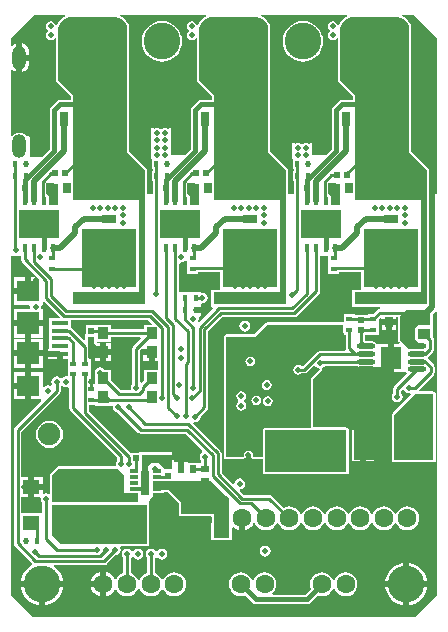
<source format=gtl>
G04 Layer_Physical_Order=1*
G04 Layer_Color=255*
%FSAX25Y25*%
%MOIN*%
G70*
G01*
G75*
%ADD10R,0.01772X0.02165*%
%ADD11R,0.02165X0.01772*%
%ADD12R,0.03740X0.10236*%
%ADD13R,0.10236X0.03740*%
%ADD14R,0.02047X0.02047*%
G04:AMPARAMS|DCode=15|XSize=82.68mil|YSize=228.35mil|CornerRadius=41.34mil|HoleSize=0mil|Usage=FLASHONLY|Rotation=270.000|XOffset=0mil|YOffset=0mil|HoleType=Round|Shape=RoundedRectangle|*
%AMROUNDEDRECTD15*
21,1,0.08268,0.14567,0,0,270.0*
21,1,0.00000,0.22835,0,0,270.0*
1,1,0.08268,-0.07284,0.00000*
1,1,0.08268,-0.07284,0.00000*
1,1,0.08268,0.07284,0.00000*
1,1,0.08268,0.07284,0.00000*
%
%ADD15ROUNDEDRECTD15*%
%ADD16O,0.06102X0.01772*%
%ADD17R,0.06811X0.07284*%
%ADD18R,0.12800X0.12300*%
%ADD19R,0.03937X0.03543*%
%ADD20R,0.05315X0.20866*%
%ADD21R,0.02756X0.03543*%
%ADD22R,0.13307X0.09646*%
%ADD23R,0.01181X0.03150*%
%ADD24R,0.02756X0.01181*%
%ADD25R,0.03150X0.08189*%
%ADD26R,0.05600X0.04800*%
%ADD27R,0.02047X0.02047*%
%ADD28R,0.04331X0.06693*%
%ADD29R,0.02756X0.05118*%
%ADD30R,0.04331X0.03347*%
%ADD31R,0.06693X0.04331*%
%ADD32R,0.03347X0.04331*%
%ADD33R,0.05118X0.02756*%
%ADD34R,0.05600X0.01400*%
%ADD35R,0.07500X0.07100*%
%ADD36R,0.07500X0.07500*%
%ADD37R,0.03543X0.03937*%
%ADD38R,0.02165X0.02559*%
%ADD39R,0.02559X0.02165*%
%ADD40C,0.01000*%
%ADD41C,0.01500*%
%ADD42C,0.01200*%
%ADD43C,0.02000*%
%ADD44C,0.04000*%
%ADD45O,0.04724X0.07874*%
%ADD46C,0.12205*%
%ADD47C,0.06300*%
%ADD48C,0.07480*%
%ADD49C,0.02000*%
G36*
X0575423Y0308918D02*
X0575216Y0308418D01*
X0572698D01*
Y0306975D01*
X0561700D01*
Y0308418D01*
X0556557D01*
Y0308398D01*
X0553375D01*
Y0305449D01*
X0553175D01*
Y0303551D01*
X0552714Y0303360D01*
X0548577Y0307496D01*
X0548299Y0307682D01*
Y0310174D01*
X0574166D01*
X0575423Y0308918D01*
D02*
G37*
G36*
X0669199Y0263500D02*
X0656199D01*
X0656199Y0278500D01*
X0663199Y0285500D01*
X0669199Y0285500D01*
Y0263500D01*
D02*
G37*
G36*
X0572498Y0300350D02*
X0575270D01*
Y0299350D01*
X0576270D01*
Y0296382D01*
X0577374D01*
Y0293418D01*
X0572698D01*
Y0289952D01*
X0571986Y0289241D01*
X0571525Y0289432D01*
Y0300030D01*
X0572036Y0300541D01*
X0572498Y0300350D01*
D02*
G37*
G36*
X0639199Y0306000D02*
X0639516Y0305683D01*
Y0305242D01*
X0639957D01*
X0640078Y0305121D01*
Y0300780D01*
X0640078Y0300780D01*
X0640153Y0300401D01*
X0640134Y0300308D01*
X0639862Y0299901D01*
X0631479D01*
X0631049Y0299816D01*
X0630686Y0299573D01*
X0630686Y0299573D01*
X0625827Y0294714D01*
X0625353Y0294654D01*
X0624823Y0295007D01*
X0624199Y0295131D01*
X0623575Y0295007D01*
X0623046Y0294654D01*
X0622692Y0294124D01*
X0622568Y0293500D01*
X0622692Y0292876D01*
X0623046Y0292347D01*
X0623575Y0291993D01*
X0624199Y0291869D01*
X0624823Y0291993D01*
X0625353Y0292347D01*
X0625374Y0292378D01*
X0626199D01*
X0626199Y0292378D01*
X0626628Y0292464D01*
X0626992Y0292707D01*
X0629358Y0295073D01*
X0629910Y0294917D01*
X0630193Y0294494D01*
X0630722Y0294140D01*
X0631132Y0294058D01*
X0631320Y0293540D01*
X0628740Y0290959D01*
X0628550Y0290500D01*
X0628550Y0274500D01*
X0628315Y0274149D01*
X0613199Y0274149D01*
X0612740Y0273959D01*
X0612550Y0273500D01*
Y0264500D01*
X0609501D01*
X0609184Y0264886D01*
X0609206Y0265000D01*
X0609082Y0265624D01*
X0608728Y0266154D01*
X0608199Y0266507D01*
X0607575Y0266631D01*
X0606951Y0266507D01*
X0606421Y0266154D01*
X0606068Y0265624D01*
X0605943Y0265000D01*
X0605966Y0264886D01*
X0605649Y0264500D01*
X0600199D01*
Y0304500D01*
X0609699Y0304500D01*
X0613699Y0308500D01*
X0627199Y0308500D01*
X0636699D01*
D01*
X0639199D01*
Y0306000D01*
D02*
G37*
G36*
X0664000Y0321000D02*
X0646000D01*
X0646000Y0340500D01*
X0664000D01*
X0664000Y0321000D01*
D02*
G37*
G36*
X0617000D02*
X0599000D01*
X0599000Y0340500D01*
X0617000D01*
X0617000Y0321000D01*
D02*
G37*
G36*
X0570000D02*
X0552000D01*
X0552000Y0340500D01*
X0570000D01*
X0570000Y0321000D01*
D02*
G37*
G36*
X0595199Y0256500D02*
X0601199Y0250500D01*
X0601199Y0237500D01*
X0596199D01*
Y0245500D01*
X0585199D01*
Y0249500D01*
X0581199Y0253500D01*
X0575699D01*
Y0256500D01*
X0595199Y0256500D01*
D02*
G37*
G36*
X0640199Y0273500D02*
X0640199Y0259500D01*
X0613199D01*
Y0273500D01*
X0640199Y0273500D01*
D02*
G37*
G36*
X0566199Y0258500D02*
Y0252500D01*
X0570699D01*
Y0249500D01*
X0542199D01*
X0542199Y0258500D01*
X0544199Y0260500D01*
X0564199D01*
X0566199Y0258500D01*
D02*
G37*
G36*
X0573699Y0248500D02*
X0573699Y0235500D01*
X0545199Y0235500D01*
X0542199Y0238500D01*
X0542199Y0248500D01*
X0573699Y0248500D01*
D02*
G37*
G36*
X0634117Y0329086D02*
X0634117D01*
Y0328914D01*
X0634117D01*
Y0325542D01*
X0637883D01*
Y0325997D01*
X0645184D01*
Y0321000D01*
X0645234Y0320749D01*
X0645194Y0320613D01*
X0644938Y0320249D01*
X0642192D01*
Y0314318D01*
X0650485D01*
Y0314318D01*
X0650854D01*
Y0314318D01*
X0651410D01*
X0651428Y0313825D01*
X0650920Y0313725D01*
X0650490Y0313437D01*
X0649010Y0311958D01*
X0647498D01*
X0647317Y0311958D01*
X0647317Y0311958D01*
X0647023Y0311898D01*
Y0311898D01*
X0643375D01*
Y0311898D01*
X0643082Y0311958D01*
X0643082Y0311958D01*
X0642900Y0311958D01*
X0639316D01*
Y0309412D01*
X0639199Y0309316D01*
X0636699D01*
X0636699Y0309316D01*
X0636699Y0309316D01*
X0627199D01*
X0613699Y0309316D01*
X0613699Y0309316D01*
X0613387Y0309254D01*
X0613122Y0309077D01*
X0613122Y0309077D01*
X0609361Y0305316D01*
X0600199Y0305316D01*
X0599887Y0305254D01*
X0599622Y0305077D01*
X0599445Y0304812D01*
X0599383Y0304500D01*
Y0264500D01*
X0599445Y0264188D01*
X0599622Y0263923D01*
X0599887Y0263746D01*
X0600199Y0263684D01*
X0605649D01*
X0605688Y0263692D01*
X0605729Y0263688D01*
X0605843Y0263723D01*
X0605961Y0263746D01*
X0605995Y0263769D01*
X0606033Y0263781D01*
X0606126Y0263857D01*
X0606226Y0263923D01*
X0606248Y0263957D01*
X0606279Y0263983D01*
X0606597Y0264369D01*
X0606616Y0264405D01*
X0606644Y0264433D01*
X0606690Y0264544D01*
X0606747Y0264650D01*
X0606750Y0264690D01*
X0606766Y0264727D01*
Y0264847D01*
X0606778Y0264966D01*
X0606772Y0264985D01*
X0606836Y0265306D01*
X0607009Y0265565D01*
X0607269Y0265739D01*
X0607575Y0265800D01*
X0607881Y0265739D01*
X0608140Y0265565D01*
X0608314Y0265306D01*
X0608378Y0264985D01*
X0608372Y0264966D01*
X0608384Y0264847D01*
Y0264727D01*
X0608399Y0264690D01*
X0608403Y0264650D01*
X0608460Y0264544D01*
X0608505Y0264433D01*
X0608534Y0264405D01*
X0608553Y0264369D01*
X0608870Y0263983D01*
X0608902Y0263957D01*
X0608924Y0263923D01*
X0609024Y0263857D01*
X0609116Y0263781D01*
X0609155Y0263769D01*
X0609189Y0263746D01*
X0609306Y0263723D01*
X0609421Y0263688D01*
X0609461Y0263692D01*
X0609501Y0263684D01*
X0612383D01*
Y0259500D01*
X0612445Y0259188D01*
X0612622Y0258923D01*
X0612887Y0258746D01*
X0613199Y0258684D01*
X0630101D01*
X0630199Y0258665D01*
X0630298Y0258684D01*
X0633101D01*
X0633199Y0258665D01*
X0633298Y0258684D01*
X0636101D01*
X0636199Y0258665D01*
X0636298Y0258684D01*
X0639101D01*
X0639199Y0258665D01*
X0639298Y0258684D01*
X0640199D01*
X0640511Y0258746D01*
X0640776Y0258923D01*
X0640953Y0259188D01*
X0641015Y0259500D01*
Y0260402D01*
X0641034Y0260500D01*
X0641015Y0260598D01*
X0641015Y0263402D01*
X0641034Y0263500D01*
X0641015Y0263598D01*
Y0266402D01*
X0641034Y0266500D01*
X0641015Y0266599D01*
Y0269401D01*
X0641034Y0269500D01*
X0641015Y0269599D01*
X0641015Y0272401D01*
X0641034Y0272500D01*
X0641015Y0272599D01*
Y0273500D01*
X0640953Y0273812D01*
X0640776Y0274077D01*
X0640511Y0274254D01*
X0640199Y0274316D01*
X0639298D01*
X0639199Y0274335D01*
X0639101Y0274316D01*
X0636298D01*
X0636199Y0274335D01*
X0636101Y0274316D01*
X0633298D01*
X0633199Y0274335D01*
X0633101Y0274316D01*
X0630298D01*
X0630199Y0274335D01*
X0630101Y0274316D01*
X0629835D01*
X0629766Y0274343D01*
X0629633Y0274500D01*
X0629199D01*
X0629199Y0290500D01*
X0632113Y0293414D01*
X0632135Y0293503D01*
X0632132Y0293522D01*
X0632136Y0293540D01*
X0632108Y0293678D01*
X0632087Y0293818D01*
X0632063Y0293885D01*
X0632049Y0293952D01*
X0632644Y0294350D01*
X0633009Y0294895D01*
X0642497D01*
X0642622Y0294661D01*
X0643769D01*
X0643813Y0294632D01*
X0644471Y0294501D01*
X0646636D01*
Y0294500D01*
X0654199D01*
Y0297500D01*
Y0302142D01*
X0650794D01*
X0650794Y0302142D01*
X0650294Y0302140D01*
X0650017Y0302554D01*
X0649459Y0302927D01*
X0648802Y0303057D01*
X0646792D01*
X0646525Y0303325D01*
Y0305097D01*
X0647023Y0305102D01*
X0647317Y0305043D01*
Y0305043D01*
X0647498Y0305043D01*
X0651082D01*
Y0308414D01*
X0651082D01*
Y0308586D01*
X0651082D01*
Y0310280D01*
X0651565Y0310763D01*
X0652065Y0310556D01*
Y0310500D01*
X0654443D01*
X0656821D01*
Y0311175D01*
X0657383D01*
Y0303500D01*
X0657383Y0303500D01*
X0657445Y0303188D01*
X0657622Y0302923D01*
X0657942Y0302604D01*
X0657751Y0302142D01*
X0656199D01*
Y0297500D01*
Y0292858D01*
X0659605D01*
X0659605Y0292858D01*
X0660105Y0292860D01*
X0660381Y0292446D01*
X0660407Y0292181D01*
X0656262Y0288036D01*
X0655974Y0287606D01*
X0655874Y0287098D01*
Y0285830D01*
X0655504Y0285276D01*
X0655364Y0284574D01*
X0655504Y0283872D01*
X0655901Y0283276D01*
X0656497Y0282878D01*
X0657199Y0282739D01*
X0657901Y0282878D01*
X0658497Y0283276D01*
X0658895Y0283872D01*
X0659034Y0284574D01*
X0658895Y0285276D01*
X0658525Y0285830D01*
Y0286549D01*
X0659007Y0287032D01*
X0659486Y0286887D01*
X0659504Y0286798D01*
X0659901Y0286202D01*
X0660497Y0285804D01*
X0661199Y0285665D01*
X0661579Y0285740D01*
X0661825Y0285279D01*
X0655622Y0279077D01*
X0655445Y0278812D01*
X0655383Y0278500D01*
X0655383Y0278500D01*
X0655383Y0263500D01*
X0655445Y0263188D01*
X0655622Y0262923D01*
X0655887Y0262746D01*
X0656199Y0262684D01*
X0669199D01*
X0669511Y0262746D01*
X0669776Y0262923D01*
X0669953Y0263188D01*
X0670015Y0263500D01*
Y0285500D01*
X0669953Y0285812D01*
X0669776Y0286077D01*
X0669511Y0286254D01*
X0669199Y0286316D01*
X0667298D01*
X0667199Y0286335D01*
X0667101Y0286316D01*
X0664596Y0286316D01*
X0664389Y0286816D01*
X0669301Y0291728D01*
X0669589Y0292158D01*
X0669690Y0292665D01*
Y0294335D01*
X0669589Y0294842D01*
X0669301Y0295272D01*
X0667422Y0297151D01*
X0667416Y0297158D01*
X0667383Y0297206D01*
X0667313Y0297500D01*
X0667383Y0297794D01*
X0667416Y0297842D01*
X0667422Y0297849D01*
X0669136Y0299563D01*
X0669424Y0299993D01*
X0669525Y0300500D01*
Y0303500D01*
X0669424Y0304007D01*
X0669136Y0304437D01*
X0668968Y0304606D01*
Y0308072D01*
X0668968Y0308072D01*
X0669015Y0308500D01*
Y0312019D01*
X0670078Y0313082D01*
X0670160Y0313078D01*
X0670578Y0312921D01*
Y0218465D01*
X0663235Y0211122D01*
X0535664D01*
X0528321Y0218465D01*
Y0331500D01*
X0531649D01*
Y0330467D01*
X0531750Y0329960D01*
X0532037Y0329530D01*
X0536807Y0324760D01*
X0536616Y0324298D01*
X0535199D01*
Y0319748D01*
X0534199D01*
Y0318748D01*
X0529449D01*
Y0315198D01*
X0534534D01*
X0534851Y0314811D01*
X0534789Y0314500D01*
X0534839Y0314250D01*
X0534428Y0313750D01*
X0529449D01*
Y0310000D01*
X0534199D01*
X0538949D01*
Y0313750D01*
X0538820D01*
X0538410Y0314250D01*
X0538460Y0314500D01*
X0538398Y0314811D01*
X0538715Y0315198D01*
X0538949D01*
Y0316168D01*
X0539449Y0316375D01*
X0544745Y0311080D01*
X0544553Y0310618D01*
X0541099D01*
Y0307618D01*
Y0305059D01*
Y0300500D01*
X0540899D01*
Y0299800D01*
X0544699D01*
Y0298800D01*
X0545699D01*
Y0297100D01*
X0547316D01*
Y0293814D01*
X0547316D01*
Y0293642D01*
X0547316D01*
Y0291607D01*
X0546930Y0291289D01*
X0546699Y0291335D01*
X0545997Y0291196D01*
X0545537Y0290889D01*
X0545199Y0290832D01*
X0544861Y0290889D01*
X0544401Y0291196D01*
X0543699Y0291335D01*
X0542997Y0291196D01*
X0542401Y0290798D01*
X0542004Y0290202D01*
X0541864Y0289500D01*
X0542004Y0288798D01*
X0542184Y0288528D01*
X0542122Y0288315D01*
X0541540Y0288103D01*
X0541401Y0288196D01*
X0540699Y0288335D01*
X0539997Y0288196D01*
X0539449Y0287830D01*
X0539225Y0287884D01*
X0538949Y0288021D01*
Y0292750D01*
X0535199D01*
Y0288200D01*
Y0283650D01*
X0538268D01*
X0538475Y0283150D01*
X0529662Y0274337D01*
X0529375Y0273907D01*
X0529274Y0273400D01*
Y0235630D01*
X0529375Y0235123D01*
X0529662Y0234693D01*
X0535464Y0228891D01*
X0535489Y0228840D01*
X0535428Y0228305D01*
X0534734Y0227934D01*
X0533653Y0227046D01*
X0532765Y0225965D01*
X0532106Y0224731D01*
X0531700Y0223392D01*
X0531661Y0223000D01*
X0545737D01*
X0545699Y0223392D01*
X0545293Y0224731D01*
X0544633Y0225965D01*
X0543746Y0227046D01*
X0542664Y0227934D01*
X0542560Y0227990D01*
X0542682Y0228474D01*
X0559499D01*
X0560006Y0228575D01*
X0560436Y0228863D01*
X0563248Y0231675D01*
X0563901Y0231804D01*
X0564497Y0232202D01*
X0564895Y0232798D01*
X0565034Y0233500D01*
X0564898Y0234184D01*
X0564888Y0234274D01*
X0565156Y0234684D01*
X0573699Y0234684D01*
X0574011Y0234746D01*
X0574276Y0234923D01*
X0574453Y0235188D01*
X0574515Y0235500D01*
X0574515Y0248500D01*
Y0249858D01*
X0574699Y0250233D01*
X0574699Y0250500D01*
X0576699Y0252500D01*
X0579475D01*
Y0252684D01*
X0580861D01*
X0584281Y0249265D01*
Y0247853D01*
X0584383D01*
Y0245500D01*
X0584445Y0245188D01*
X0584622Y0244923D01*
X0584887Y0244746D01*
X0585199Y0244684D01*
X0594891D01*
X0595364Y0244500D01*
X0595383Y0244402D01*
Y0242370D01*
X0595199D01*
X0595199Y0236630D01*
X0596317D01*
Y0236684D01*
X0597101D01*
X0597199Y0236665D01*
X0597298Y0236684D01*
X0600101D01*
X0600199Y0236665D01*
X0600298Y0236684D01*
X0601199D01*
X0601511Y0236746D01*
X0601776Y0236923D01*
X0601953Y0237188D01*
X0602015Y0237500D01*
Y0238402D01*
X0602034Y0238500D01*
X0602015Y0238598D01*
X0602015Y0240827D01*
X0602366Y0240987D01*
X0602515Y0241014D01*
X0603348Y0240375D01*
X0604358Y0239957D01*
X0604441Y0239946D01*
Y0244000D01*
X0606441D01*
Y0239946D01*
X0606524Y0239957D01*
X0607534Y0240375D01*
X0608401Y0241040D01*
X0609066Y0241907D01*
X0609216Y0242268D01*
X0609757D01*
X0609865Y0242008D01*
X0610498Y0241183D01*
X0611323Y0240550D01*
X0612284Y0240152D01*
X0613315Y0240016D01*
X0614346Y0240152D01*
X0615307Y0240550D01*
X0616132Y0241183D01*
X0616765Y0242008D01*
X0616981Y0242530D01*
X0617523D01*
X0617739Y0242008D01*
X0618372Y0241183D01*
X0619197Y0240550D01*
X0620158Y0240152D01*
X0621189Y0240016D01*
X0622220Y0240152D01*
X0623181Y0240550D01*
X0624006Y0241183D01*
X0624639Y0242008D01*
X0624868Y0242561D01*
X0625410D01*
X0625639Y0242008D01*
X0626272Y0241183D01*
X0627097Y0240550D01*
X0628058Y0240152D01*
X0629089Y0240016D01*
X0630120Y0240152D01*
X0631081Y0240550D01*
X0631906Y0241183D01*
X0632539Y0242008D01*
X0632768Y0242561D01*
X0633310D01*
X0633539Y0242008D01*
X0634172Y0241183D01*
X0634997Y0240550D01*
X0635958Y0240152D01*
X0636989Y0240016D01*
X0638020Y0240152D01*
X0638981Y0240550D01*
X0639806Y0241183D01*
X0640439Y0242008D01*
X0640629Y0242467D01*
X0641171D01*
X0641361Y0242008D01*
X0641994Y0241183D01*
X0642819Y0240550D01*
X0643780Y0240152D01*
X0644811Y0240016D01*
X0645842Y0240152D01*
X0646803Y0240550D01*
X0647628Y0241183D01*
X0648261Y0242008D01*
X0648477Y0242530D01*
X0649019D01*
X0649235Y0242008D01*
X0649868Y0241183D01*
X0650693Y0240550D01*
X0651654Y0240152D01*
X0652685Y0240016D01*
X0653716Y0240152D01*
X0654677Y0240550D01*
X0655502Y0241183D01*
X0656135Y0242008D01*
X0656352Y0242530D01*
X0656893D01*
X0657109Y0242008D01*
X0657742Y0241183D01*
X0658567Y0240550D01*
X0659528Y0240152D01*
X0660559Y0240016D01*
X0661590Y0240152D01*
X0662551Y0240550D01*
X0663376Y0241183D01*
X0664009Y0242008D01*
X0664407Y0242969D01*
X0664543Y0244000D01*
X0664407Y0245031D01*
X0664009Y0245992D01*
X0663376Y0246817D01*
X0662551Y0247450D01*
X0661590Y0247848D01*
X0660559Y0247984D01*
X0659528Y0247848D01*
X0658567Y0247450D01*
X0657742Y0246817D01*
X0657109Y0245992D01*
X0656893Y0245470D01*
X0656352D01*
X0656135Y0245992D01*
X0655502Y0246817D01*
X0654677Y0247450D01*
X0653716Y0247848D01*
X0652685Y0247984D01*
X0651654Y0247848D01*
X0650693Y0247450D01*
X0649868Y0246817D01*
X0649235Y0245992D01*
X0649019Y0245470D01*
X0648477D01*
X0648261Y0245992D01*
X0647628Y0246817D01*
X0646803Y0247450D01*
X0645842Y0247848D01*
X0644811Y0247984D01*
X0643780Y0247848D01*
X0642819Y0247450D01*
X0641994Y0246817D01*
X0641361Y0245992D01*
X0641171Y0245533D01*
X0640629D01*
X0640439Y0245992D01*
X0639806Y0246817D01*
X0638981Y0247450D01*
X0638020Y0247848D01*
X0636989Y0247984D01*
X0635958Y0247848D01*
X0634997Y0247450D01*
X0634172Y0246817D01*
X0633539Y0245992D01*
X0633310Y0245439D01*
X0632768D01*
X0632539Y0245992D01*
X0631906Y0246817D01*
X0631081Y0247450D01*
X0630120Y0247848D01*
X0629089Y0247984D01*
X0628058Y0247848D01*
X0627097Y0247450D01*
X0626272Y0246817D01*
X0625639Y0245992D01*
X0625410Y0245439D01*
X0624868D01*
X0624639Y0245992D01*
X0624006Y0246817D01*
X0623181Y0247450D01*
X0622220Y0247848D01*
X0621189Y0247984D01*
X0620158Y0247848D01*
X0619491Y0247572D01*
X0615526Y0251537D01*
X0615096Y0251825D01*
X0614589Y0251925D01*
X0605911D01*
X0604647Y0253189D01*
X0604837Y0253707D01*
X0605327Y0253804D01*
X0605922Y0254202D01*
X0606320Y0254798D01*
X0606460Y0255500D01*
X0606320Y0256202D01*
X0605922Y0256798D01*
X0605327Y0257196D01*
X0604624Y0257335D01*
X0603922Y0257196D01*
X0603327Y0256798D01*
X0602929Y0256202D01*
X0602831Y0255712D01*
X0602314Y0255523D01*
X0598625Y0259212D01*
Y0265663D01*
X0598524Y0266170D01*
X0598236Y0266600D01*
X0589149Y0275687D01*
X0589395Y0276148D01*
X0589795Y0276069D01*
X0590498Y0276208D01*
X0591093Y0276606D01*
X0591491Y0277202D01*
X0591621Y0277855D01*
X0593836Y0280070D01*
X0594124Y0280501D01*
X0594225Y0281008D01*
Y0306388D01*
X0598911Y0311074D01*
X0622862D01*
X0623369Y0311175D01*
X0623799Y0311463D01*
X0631062Y0318725D01*
X0631349Y0319155D01*
X0631450Y0319662D01*
Y0331500D01*
X0634117D01*
Y0329086D01*
D02*
G37*
G36*
X0668199Y0308500D02*
X0664199D01*
X0663199Y0307500D01*
Y0300500D01*
X0661199D01*
X0658199Y0303500D01*
Y0311500D01*
X0660199Y0313500D01*
X0668199D01*
Y0308500D01*
D02*
G37*
G36*
X0545997Y0287804D02*
X0546699Y0287665D01*
X0547374Y0287799D01*
X0547461Y0287801D01*
X0547874Y0287545D01*
Y0280737D01*
X0547974Y0280230D01*
X0548262Y0279800D01*
X0563774Y0264288D01*
Y0263256D01*
X0563404Y0262702D01*
X0563264Y0262000D01*
X0563323Y0261702D01*
X0563006Y0261316D01*
X0544199D01*
X0544199Y0261316D01*
X0543887Y0261254D01*
X0543622Y0261077D01*
X0543622Y0261077D01*
X0541622Y0259077D01*
X0541446Y0258812D01*
X0541383Y0258500D01*
X0541384Y0258500D01*
X0541383Y0252456D01*
X0540973Y0252189D01*
X0540883Y0252199D01*
X0540199Y0252335D01*
X0539497Y0252196D01*
X0539440Y0252158D01*
X0538999Y0252393D01*
Y0253500D01*
X0536199D01*
Y0251100D01*
X0538089D01*
X0538406Y0250713D01*
X0538364Y0250500D01*
X0538504Y0249798D01*
X0538874Y0249244D01*
Y0246264D01*
X0538799Y0245795D01*
X0531925D01*
Y0251100D01*
X0534199D01*
Y0254500D01*
Y0257900D01*
X0531925D01*
Y0272851D01*
X0544636Y0285563D01*
X0544924Y0285993D01*
X0545025Y0286500D01*
Y0287898D01*
X0545108Y0287966D01*
X0545525Y0288120D01*
X0545997Y0287804D01*
D02*
G37*
G36*
X0587117Y0329743D02*
Y0329086D01*
X0587117D01*
Y0328914D01*
X0587117D01*
Y0325542D01*
X0590883D01*
Y0325997D01*
X0598184D01*
Y0321000D01*
X0598234Y0320749D01*
X0598194Y0320613D01*
X0597938Y0320249D01*
X0595192D01*
Y0314318D01*
X0595490D01*
X0595681Y0313856D01*
X0591242Y0309417D01*
X0590853Y0309736D01*
X0590895Y0309798D01*
X0591034Y0310500D01*
X0590951Y0310917D01*
X0591307Y0311417D01*
X0591857D01*
Y0312500D01*
X0589971D01*
Y0314500D01*
X0591857D01*
Y0315223D01*
X0592196Y0315661D01*
X0592313Y0315687D01*
X0592901Y0315804D01*
X0593497Y0316202D01*
X0593895Y0316798D01*
X0594034Y0317500D01*
X0593895Y0318202D01*
X0593497Y0318798D01*
X0592901Y0319196D01*
X0592199Y0319335D01*
X0591809Y0319258D01*
X0591657Y0319383D01*
Y0319383D01*
X0588613D01*
X0588285Y0319383D01*
X0587785Y0319383D01*
X0584742D01*
X0584450Y0319762D01*
Y0328859D01*
X0584950Y0329269D01*
X0585224Y0329214D01*
X0585927Y0329354D01*
X0586522Y0329752D01*
X0586617Y0329894D01*
X0587117Y0329743D01*
D02*
G37*
G36*
X0593620Y0411378D02*
X0593056Y0411145D01*
X0593009Y0411098D01*
X0592944Y0411085D01*
X0592288Y0410647D01*
X0592251Y0410592D01*
X0592190Y0410566D01*
X0591633Y0410009D01*
X0591607Y0409948D01*
X0591552Y0409911D01*
X0591114Y0409256D01*
X0591101Y0409190D01*
X0591054Y0409143D01*
X0590753Y0408415D01*
X0590346Y0408395D01*
X0590246Y0408422D01*
X0590206Y0408624D01*
X0589853Y0409154D01*
X0589323Y0409507D01*
X0588699Y0409631D01*
X0588075Y0409507D01*
X0587546Y0409154D01*
X0587192Y0408624D01*
X0587068Y0408000D01*
X0587192Y0407376D01*
X0587546Y0406847D01*
X0587690Y0406750D01*
Y0406250D01*
X0587546Y0406153D01*
X0587192Y0405624D01*
X0587068Y0405000D01*
X0587192Y0404376D01*
X0587546Y0403847D01*
X0588075Y0403493D01*
X0588699Y0403369D01*
X0589323Y0403493D01*
X0589853Y0403847D01*
X0590050Y0404141D01*
X0590550Y0403990D01*
X0590550Y0393000D01*
X0590550Y0393000D01*
X0590550Y0389801D01*
X0590740Y0389342D01*
X0595351Y0384731D01*
Y0383377D01*
X0591699D01*
X0591699Y0383377D01*
X0591172Y0383272D01*
X0590726Y0382973D01*
X0588726Y0380973D01*
X0588427Y0380527D01*
X0588323Y0380000D01*
Y0366903D01*
X0588199Y0366780D01*
Y0366780D01*
X0586419Y0365000D01*
X0581699Y0365000D01*
Y0374146D01*
X0581118D01*
Y0374078D01*
X0580618Y0373810D01*
X0580323Y0374007D01*
X0579699Y0374131D01*
X0579075Y0374007D01*
X0578828Y0373842D01*
X0578449Y0373692D01*
X0578070Y0373842D01*
X0577823Y0374007D01*
X0577199Y0374131D01*
X0576575Y0374007D01*
X0576382Y0373878D01*
X0575882Y0374146D01*
X0575199D01*
Y0363884D01*
X0575442Y0363683D01*
Y0360317D01*
X0575806D01*
Y0359683D01*
X0575442D01*
Y0356317D01*
X0575806D01*
Y0352000D01*
X0573649D01*
X0573649Y0360199D01*
X0573459Y0360658D01*
X0570587Y0363530D01*
X0570611Y0363588D01*
X0569199Y0365000D01*
Y0365074D01*
X0569089Y0365028D01*
X0567849Y0366269D01*
X0567849Y0393000D01*
X0567848Y0393000D01*
X0567848Y0407394D01*
X0567823Y0407455D01*
X0567836Y0407521D01*
X0567682Y0408293D01*
X0567645Y0408349D01*
Y0408415D01*
X0567344Y0409143D01*
X0567297Y0409190D01*
X0567284Y0409256D01*
X0566846Y0409911D01*
X0566791Y0409948D01*
X0566765Y0410009D01*
X0566208Y0410566D01*
X0566147Y0410592D01*
X0566110Y0410647D01*
X0565455Y0411085D01*
X0565389Y0411098D01*
X0565342Y0411145D01*
X0564778Y0411378D01*
X0564878Y0411878D01*
X0593521D01*
X0593620Y0411378D01*
D02*
G37*
G36*
X0546620D02*
X0546056Y0411145D01*
X0546009Y0411098D01*
X0545944Y0411085D01*
X0545288Y0410647D01*
X0545252Y0410592D01*
X0545190Y0410566D01*
X0544633Y0410009D01*
X0544607Y0409948D01*
X0544552Y0409911D01*
X0544114Y0409256D01*
X0544101Y0409190D01*
X0544054Y0409143D01*
X0543753Y0408415D01*
X0543346Y0408395D01*
X0543247Y0408422D01*
X0543206Y0408624D01*
X0542853Y0409154D01*
X0542323Y0409507D01*
X0541699Y0409631D01*
X0541075Y0409507D01*
X0540546Y0409154D01*
X0540192Y0408624D01*
X0540068Y0408000D01*
X0540192Y0407376D01*
X0540546Y0406847D01*
X0540690Y0406750D01*
Y0406250D01*
X0540546Y0406153D01*
X0540192Y0405624D01*
X0540068Y0405000D01*
X0540192Y0404376D01*
X0540546Y0403847D01*
X0541075Y0403493D01*
X0541699Y0403369D01*
X0542323Y0403493D01*
X0542853Y0403847D01*
X0543050Y0404141D01*
X0543550Y0403990D01*
X0543550Y0393000D01*
X0543550Y0393000D01*
X0543550Y0389801D01*
X0543740Y0389342D01*
X0548350Y0384731D01*
Y0383377D01*
X0544699D01*
X0544699Y0383377D01*
X0544172Y0383272D01*
X0543726Y0382973D01*
X0541726Y0380973D01*
X0541428Y0380527D01*
X0541323Y0380000D01*
Y0366903D01*
X0540911Y0366492D01*
X0540699Y0366579D01*
Y0366280D01*
X0538919Y0364500D01*
X0534645Y0364500D01*
Y0370973D01*
X0534118Y0371500D01*
Y0371458D01*
X0533618Y0371288D01*
X0533312Y0371688D01*
X0532693Y0372162D01*
X0531972Y0372461D01*
X0531199Y0372563D01*
X0530426Y0372461D01*
X0529705Y0372162D01*
X0529086Y0371688D01*
X0528821Y0371341D01*
X0528321Y0371511D01*
Y0393403D01*
X0528643Y0393513D01*
X0528821Y0393540D01*
X0529503Y0393016D01*
X0530199Y0392728D01*
Y0397528D01*
Y0402327D01*
X0529503Y0402039D01*
X0528821Y0401515D01*
X0528643Y0401543D01*
X0528321Y0401652D01*
Y0404035D01*
X0536164Y0411878D01*
X0546521D01*
X0546620Y0411378D01*
D02*
G37*
G36*
X0562467Y0281517D02*
X0562364Y0281000D01*
X0562504Y0280298D01*
X0562901Y0279702D01*
X0563497Y0279304D01*
X0564150Y0279174D01*
X0570762Y0272563D01*
X0571192Y0272275D01*
X0571699Y0272175D01*
X0586650D01*
X0592216Y0266609D01*
X0592152Y0265965D01*
X0591901Y0265798D01*
X0591503Y0265202D01*
X0591364Y0264500D01*
X0591503Y0263798D01*
X0591874Y0263244D01*
Y0262351D01*
X0591120D01*
X0591082Y0262579D01*
X0587345D01*
Y0262779D01*
X0586262D01*
Y0260500D01*
X0584262D01*
Y0262779D01*
X0583179D01*
Y0262779D01*
X0582723Y0262884D01*
Y0263399D01*
X0582199D01*
Y0260317D01*
X0579882Y0260317D01*
X0577699Y0262500D01*
X0575398Y0262500D01*
X0574199Y0261301D01*
X0574199Y0258801D01*
X0572199D01*
Y0263301D01*
Y0265000D01*
X0582199D01*
Y0266024D01*
X0571250D01*
Y0265824D01*
X0568301D01*
X0568301Y0265824D01*
Y0265824D01*
X0567945Y0266128D01*
X0554342Y0279732D01*
Y0281771D01*
X0556557D01*
Y0281582D01*
X0561700D01*
Y0281582D01*
X0562192Y0281928D01*
X0562467Y0281517D01*
D02*
G37*
G36*
X0640620Y0411378D02*
X0640056Y0411145D01*
X0640009Y0411098D01*
X0639944Y0411085D01*
X0639288Y0410647D01*
X0639252Y0410592D01*
X0639190Y0410566D01*
X0638633Y0410009D01*
X0638607Y0409948D01*
X0638552Y0409911D01*
X0638114Y0409256D01*
X0638101Y0409190D01*
X0638054Y0409143D01*
X0637753Y0408415D01*
X0637346Y0408395D01*
X0637247Y0408422D01*
X0637206Y0408624D01*
X0636853Y0409154D01*
X0636323Y0409507D01*
X0635699Y0409631D01*
X0635075Y0409507D01*
X0634546Y0409154D01*
X0634192Y0408624D01*
X0634068Y0408000D01*
X0634192Y0407376D01*
X0634546Y0406847D01*
X0634690Y0406750D01*
Y0406250D01*
X0634546Y0406153D01*
X0634192Y0405624D01*
X0634068Y0405000D01*
X0634192Y0404376D01*
X0634546Y0403847D01*
X0635075Y0403493D01*
X0635699Y0403369D01*
X0636323Y0403493D01*
X0636853Y0403847D01*
X0637050Y0404141D01*
X0637550Y0403990D01*
X0637550Y0393000D01*
X0637550Y0393000D01*
X0637550Y0389801D01*
X0637740Y0389342D01*
X0642350Y0384731D01*
Y0383377D01*
X0638699D01*
X0638699Y0383377D01*
X0638172Y0383272D01*
X0637726Y0382973D01*
X0635726Y0380973D01*
X0635428Y0380527D01*
X0635323Y0380000D01*
Y0366903D01*
X0635199Y0366780D01*
Y0366780D01*
X0633419Y0365000D01*
X0628699Y0365000D01*
Y0369145D01*
X0628118D01*
Y0369077D01*
X0627618Y0368810D01*
X0627323Y0369007D01*
X0626699Y0369131D01*
X0626075Y0369007D01*
X0625828Y0368842D01*
X0625449Y0368692D01*
X0625070Y0368842D01*
X0624823Y0369007D01*
X0624199Y0369131D01*
X0623575Y0369007D01*
X0623382Y0368878D01*
X0622882Y0369145D01*
X0622199D01*
Y0363884D01*
X0622442Y0363683D01*
Y0360317D01*
X0622806D01*
Y0359683D01*
X0622442D01*
Y0356317D01*
X0622806D01*
Y0352000D01*
X0620649D01*
X0620649Y0360199D01*
X0620459Y0360658D01*
X0617587Y0363530D01*
X0617611Y0363588D01*
X0616199Y0365000D01*
Y0365074D01*
X0616089Y0365028D01*
X0614849Y0366269D01*
X0614849Y0393000D01*
X0614849Y0393000D01*
X0614849Y0407394D01*
X0614823Y0407455D01*
X0614836Y0407521D01*
X0614682Y0408293D01*
X0614645Y0408349D01*
Y0408415D01*
X0614344Y0409143D01*
X0614297Y0409190D01*
X0614284Y0409256D01*
X0613846Y0409911D01*
X0613791Y0409948D01*
X0613765Y0410009D01*
X0613208Y0410566D01*
X0613147Y0410592D01*
X0613110Y0410647D01*
X0612455Y0411085D01*
X0612389Y0411098D01*
X0612342Y0411145D01*
X0611778Y0411378D01*
X0611878Y0411878D01*
X0640521D01*
X0640620Y0411378D01*
D02*
G37*
G36*
X0657199Y0411000D02*
X0657593Y0411000D01*
X0658366Y0410846D01*
X0659094Y0410545D01*
X0659749Y0410107D01*
X0660306Y0409550D01*
X0660744Y0408895D01*
X0661045Y0408167D01*
X0661199Y0407394D01*
Y0407000D01*
X0661199Y0393000D01*
X0661199D01*
X0661199Y0366000D01*
X0667000Y0360199D01*
X0667000Y0351500D01*
X0667199D01*
Y0315500D01*
X0665199Y0315500D01*
Y0350000D01*
X0643000D01*
X0643000Y0385000D01*
X0638199Y0389801D01*
X0638199Y0393000D01*
X0656599Y0393000D01*
X0638199D01*
X0638199Y0407000D01*
D01*
Y0407000D01*
Y0407000D01*
X0638199Y0407394D01*
X0638353Y0408167D01*
X0638654Y0408895D01*
X0639092Y0409550D01*
X0639649Y0410107D01*
X0640304Y0410545D01*
X0641032Y0410846D01*
X0641805Y0411000D01*
X0642199Y0411000D01*
X0657199Y0411000D01*
X0657199Y0411000D01*
D02*
G37*
G36*
X0610199D02*
X0610593Y0411000D01*
X0611366Y0410846D01*
X0612094Y0410545D01*
X0612749Y0410107D01*
X0613306Y0409550D01*
X0613744Y0408895D01*
X0614045Y0408167D01*
X0614199Y0407394D01*
Y0407000D01*
X0614199Y0393000D01*
X0614199D01*
X0614199Y0366000D01*
X0620000Y0360199D01*
X0620000Y0351500D01*
X0620199D01*
Y0315500D01*
X0618199Y0315500D01*
Y0350000D01*
X0596000D01*
X0596000Y0385000D01*
X0591199Y0389801D01*
X0591199Y0393000D01*
X0609599Y0393000D01*
X0591199D01*
X0591199Y0407000D01*
D01*
Y0407000D01*
Y0407000D01*
X0591199Y0407394D01*
X0591353Y0408167D01*
X0591654Y0408895D01*
X0592092Y0409550D01*
X0592649Y0410107D01*
X0593304Y0410545D01*
X0594032Y0410846D01*
X0594805Y0411000D01*
X0595199Y0411000D01*
X0610199Y0411000D01*
X0610199Y0411000D01*
D02*
G37*
G36*
X0563199D02*
X0563593Y0411000D01*
X0564366Y0410846D01*
X0565094Y0410545D01*
X0565749Y0410107D01*
X0566306Y0409550D01*
X0566744Y0408895D01*
X0567045Y0408167D01*
X0567199Y0407394D01*
Y0407000D01*
X0567199Y0393000D01*
X0567199D01*
X0567199Y0366000D01*
X0573000Y0360199D01*
X0573000Y0351500D01*
X0573199D01*
Y0315500D01*
X0571199Y0315500D01*
Y0350000D01*
X0549000D01*
X0549000Y0385000D01*
X0544199Y0389801D01*
X0544199Y0393000D01*
X0548799Y0393000D01*
X0544199D01*
X0544199Y0407000D01*
D01*
Y0407000D01*
Y0407000D01*
X0544199Y0407394D01*
X0544353Y0408167D01*
X0544654Y0408895D01*
X0545092Y0409550D01*
X0545649Y0410107D01*
X0546304Y0410545D01*
X0547032Y0410846D01*
X0547805Y0411000D01*
X0548199Y0411000D01*
X0563199Y0411000D01*
X0563199Y0411000D01*
D02*
G37*
G36*
X0638199Y0348500D02*
X0635199D01*
Y0351500D01*
X0634199Y0352500D01*
Y0355500D01*
X0638199D01*
Y0348500D01*
D02*
G37*
G36*
X0670578Y0404035D02*
Y0352000D01*
X0667649D01*
X0667649Y0360199D01*
X0667459Y0360658D01*
X0664587Y0363530D01*
X0664611Y0363588D01*
X0663199Y0365000D01*
Y0365074D01*
X0663089Y0365028D01*
X0661849Y0366269D01*
X0661849Y0393000D01*
X0661848Y0393000D01*
X0661848Y0407394D01*
X0661823Y0407455D01*
X0661836Y0407521D01*
X0661682Y0408293D01*
X0661645Y0408349D01*
Y0408415D01*
X0661344Y0409143D01*
X0661297Y0409190D01*
X0661284Y0409256D01*
X0660846Y0409911D01*
X0660791Y0409948D01*
X0660765Y0410009D01*
X0660208Y0410566D01*
X0660147Y0410592D01*
X0660110Y0410647D01*
X0659455Y0411085D01*
X0659389Y0411098D01*
X0659342Y0411145D01*
X0658778Y0411378D01*
X0658878Y0411878D01*
X0662735D01*
X0670578Y0404035D01*
D02*
G37*
G36*
X0544199Y0348500D02*
X0541199D01*
Y0351500D01*
X0540199Y0352500D01*
Y0355500D01*
X0544199D01*
Y0348500D01*
D02*
G37*
G36*
X0591199D02*
X0588199D01*
Y0351500D01*
X0587199Y0352500D01*
Y0355500D01*
X0591199D01*
Y0348500D01*
D02*
G37*
G36*
X0556199Y0302500D02*
X0557199Y0301500D01*
X0558128D01*
Y0302319D01*
X0557223D01*
Y0302881D01*
X0561700D01*
Y0304324D01*
X0571417D01*
X0571608Y0303862D01*
X0569262Y0301516D01*
X0568974Y0301086D01*
X0568874Y0300579D01*
Y0288756D01*
X0568504Y0288202D01*
X0568364Y0287500D01*
X0568419Y0287226D01*
X0568008Y0286725D01*
X0564927D01*
X0561700Y0289952D01*
Y0293418D01*
X0559751D01*
X0559497Y0293798D01*
X0558901Y0294196D01*
X0558199Y0294335D01*
X0557497Y0294196D01*
X0556901Y0293798D01*
X0556648Y0293418D01*
X0556557D01*
Y0293282D01*
X0556504Y0293202D01*
X0556364Y0292500D01*
X0556504Y0291798D01*
X0556557Y0291718D01*
Y0288886D01*
X0554342D01*
Y0290271D01*
X0555082D01*
Y0293642D01*
X0555082D01*
Y0293814D01*
X0555082D01*
Y0297186D01*
X0554401D01*
Y0297500D01*
X0554199D01*
Y0304500D01*
X0556199D01*
Y0302500D01*
D02*
G37*
%LPC*%
G36*
X0574270Y0298350D02*
X0572498D01*
Y0296382D01*
X0574270D01*
Y0298350D01*
D02*
G37*
G36*
X0605199Y0286281D02*
X0604575Y0286157D01*
X0604046Y0285803D01*
X0603692Y0285274D01*
X0603568Y0284650D01*
X0603692Y0284025D01*
X0604046Y0283496D01*
X0604226Y0283376D01*
Y0282774D01*
X0604046Y0282653D01*
X0603692Y0282124D01*
X0603568Y0281500D01*
X0603692Y0280876D01*
X0604046Y0280346D01*
X0604575Y0279993D01*
X0605199Y0279869D01*
X0605823Y0279993D01*
X0606353Y0280346D01*
X0606706Y0280876D01*
X0606831Y0281500D01*
X0606706Y0282124D01*
X0606353Y0282653D01*
X0606172Y0282774D01*
Y0283376D01*
X0606353Y0283496D01*
X0606706Y0284025D01*
X0606831Y0284650D01*
X0606706Y0285274D01*
X0606353Y0285803D01*
X0605823Y0286157D01*
X0605199Y0286281D01*
D02*
G37*
G36*
X0614046Y0284690D02*
X0613421Y0284566D01*
X0612892Y0284213D01*
X0612538Y0283683D01*
X0612414Y0283059D01*
X0612538Y0282435D01*
X0612892Y0281906D01*
X0613421Y0281552D01*
X0614046Y0281428D01*
X0614670Y0281552D01*
X0615199Y0281906D01*
X0615553Y0282435D01*
X0615677Y0283059D01*
X0615553Y0283683D01*
X0615199Y0284213D01*
X0614670Y0284566D01*
X0614046Y0284690D01*
D02*
G37*
G36*
X0610199Y0284903D02*
X0609575Y0284779D01*
X0609046Y0284425D01*
X0608692Y0283896D01*
X0608568Y0283272D01*
X0608692Y0282647D01*
X0609046Y0282118D01*
X0609575Y0281765D01*
X0610199Y0281640D01*
X0610823Y0281765D01*
X0611353Y0282118D01*
X0611706Y0282647D01*
X0611831Y0283272D01*
X0611706Y0283896D01*
X0611353Y0284425D01*
X0610823Y0284779D01*
X0610199Y0284903D01*
D02*
G37*
G36*
X0613719Y0290069D02*
X0613094Y0289944D01*
X0612565Y0289591D01*
X0612211Y0289061D01*
X0612087Y0288437D01*
X0612211Y0287813D01*
X0612565Y0287284D01*
X0613094Y0286930D01*
X0613719Y0286806D01*
X0614343Y0286930D01*
X0614872Y0287284D01*
X0615226Y0287813D01*
X0615350Y0288437D01*
X0615226Y0289061D01*
X0614872Y0289591D01*
X0614343Y0289944D01*
X0613719Y0290069D01*
D02*
G37*
G36*
X0608199Y0297903D02*
X0607575Y0297779D01*
X0607046Y0297425D01*
X0606692Y0296896D01*
X0606568Y0296272D01*
X0606692Y0295647D01*
X0607046Y0295118D01*
X0607575Y0294764D01*
X0608199Y0294640D01*
X0608823Y0294764D01*
X0609353Y0295118D01*
X0609706Y0295647D01*
X0609831Y0296272D01*
X0609706Y0296896D01*
X0609353Y0297425D01*
X0608823Y0297779D01*
X0608199Y0297903D01*
D02*
G37*
G36*
X0649366Y0263500D02*
X0646709D01*
Y0263067D01*
X0649366D01*
Y0263500D01*
D02*
G37*
G36*
X0642650Y0273500D02*
X0642052D01*
Y0263067D01*
X0644709D01*
Y0263500D01*
X0642650D01*
X0642650Y0273500D01*
D02*
G37*
G36*
X0667237Y0221000D02*
X0661199D01*
Y0214962D01*
X0661591Y0215000D01*
X0662930Y0215406D01*
X0664164Y0216066D01*
X0665246Y0216954D01*
X0666133Y0218035D01*
X0666793Y0219269D01*
X0667199Y0220608D01*
X0667237Y0221000D01*
D02*
G37*
G36*
X0558189D02*
X0555135D01*
X0555146Y0220917D01*
X0555564Y0219907D01*
X0556229Y0219040D01*
X0557096Y0218375D01*
X0558106Y0217957D01*
X0558189Y0217946D01*
Y0221000D01*
D02*
G37*
G36*
Y0226054D02*
X0558106Y0226043D01*
X0557096Y0225625D01*
X0556229Y0224960D01*
X0555564Y0224093D01*
X0555146Y0223083D01*
X0555135Y0223000D01*
X0558189D01*
Y0226054D01*
D02*
G37*
G36*
X0537699Y0221000D02*
X0531661D01*
X0531700Y0220608D01*
X0532106Y0219269D01*
X0532765Y0218035D01*
X0533653Y0216954D01*
X0534734Y0216066D01*
X0535968Y0215406D01*
X0537307Y0215000D01*
X0537699Y0214962D01*
Y0221000D01*
D02*
G37*
G36*
X0545737D02*
X0539699D01*
Y0214962D01*
X0540091Y0215000D01*
X0541430Y0215406D01*
X0542664Y0216066D01*
X0543746Y0216954D01*
X0544633Y0218035D01*
X0545293Y0219269D01*
X0545699Y0220608D01*
X0545737Y0221000D01*
D02*
G37*
G36*
X0659199D02*
X0653161D01*
X0653199Y0220608D01*
X0653606Y0219269D01*
X0654265Y0218035D01*
X0655153Y0216954D01*
X0656234Y0216066D01*
X0657468Y0215406D01*
X0658807Y0215000D01*
X0659199Y0214962D01*
Y0221000D01*
D02*
G37*
G36*
X0613199Y0234835D02*
X0612497Y0234696D01*
X0611901Y0234298D01*
X0611504Y0233702D01*
X0611364Y0233000D01*
X0611504Y0232298D01*
X0611901Y0231702D01*
X0612497Y0231304D01*
X0613199Y0231165D01*
X0613901Y0231304D01*
X0614497Y0231702D01*
X0614895Y0232298D01*
X0615034Y0233000D01*
X0614895Y0233702D01*
X0614497Y0234298D01*
X0613901Y0234696D01*
X0613199Y0234835D01*
D02*
G37*
G36*
X0578699Y0233835D02*
X0577997Y0233696D01*
X0577401Y0233298D01*
X0577228Y0233038D01*
X0576627D01*
X0576453Y0233298D01*
X0575858Y0233696D01*
X0575156Y0233835D01*
X0574453Y0233696D01*
X0573858Y0233298D01*
X0573460Y0232702D01*
X0573321Y0232000D01*
X0573460Y0231298D01*
X0573830Y0230744D01*
Y0225817D01*
X0572945Y0225450D01*
X0572120Y0224817D01*
X0571487Y0223992D01*
X0571271Y0223470D01*
X0570729D01*
X0570513Y0223992D01*
X0569880Y0224817D01*
X0569055Y0225450D01*
X0568525Y0225670D01*
Y0230744D01*
X0568670Y0230962D01*
X0569272D01*
X0569445Y0230702D01*
X0570040Y0230304D01*
X0570742Y0230165D01*
X0571445Y0230304D01*
X0572040Y0230702D01*
X0572438Y0231298D01*
X0572578Y0232000D01*
X0572438Y0232702D01*
X0572040Y0233298D01*
X0571445Y0233696D01*
X0570742Y0233835D01*
X0570040Y0233696D01*
X0569445Y0233298D01*
X0569272Y0233038D01*
X0568670D01*
X0568497Y0233298D01*
X0567901Y0233696D01*
X0567199Y0233835D01*
X0566497Y0233696D01*
X0565901Y0233298D01*
X0565504Y0232702D01*
X0565364Y0232000D01*
X0565504Y0231298D01*
X0565874Y0230744D01*
Y0225783D01*
X0565071Y0225450D01*
X0564246Y0224817D01*
X0563613Y0223992D01*
X0563505Y0223732D01*
X0562964D01*
X0562814Y0224093D01*
X0562149Y0224960D01*
X0561282Y0225625D01*
X0560272Y0226043D01*
X0560189Y0226054D01*
Y0222000D01*
Y0217946D01*
X0560272Y0217957D01*
X0561282Y0218375D01*
X0562149Y0219040D01*
X0562814Y0219907D01*
X0562964Y0220268D01*
X0563505D01*
X0563613Y0220008D01*
X0564246Y0219183D01*
X0565071Y0218550D01*
X0566032Y0218152D01*
X0567063Y0218016D01*
X0568094Y0218152D01*
X0569055Y0218550D01*
X0569880Y0219183D01*
X0570513Y0220008D01*
X0570729Y0220530D01*
X0571271D01*
X0571487Y0220008D01*
X0572120Y0219183D01*
X0572945Y0218550D01*
X0573906Y0218152D01*
X0574937Y0218016D01*
X0575968Y0218152D01*
X0576929Y0218550D01*
X0577754Y0219183D01*
X0578387Y0220008D01*
X0578616Y0220561D01*
X0579158D01*
X0579387Y0220008D01*
X0580020Y0219183D01*
X0580845Y0218550D01*
X0581806Y0218152D01*
X0582837Y0218016D01*
X0583868Y0218152D01*
X0584829Y0218550D01*
X0585654Y0219183D01*
X0586287Y0220008D01*
X0586685Y0220969D01*
X0586821Y0222000D01*
X0586685Y0223031D01*
X0586287Y0223992D01*
X0585654Y0224817D01*
X0584829Y0225450D01*
X0583868Y0225848D01*
X0582837Y0225984D01*
X0581806Y0225848D01*
X0580845Y0225450D01*
X0580020Y0224817D01*
X0579387Y0223992D01*
X0579158Y0223439D01*
X0578616D01*
X0578387Y0223992D01*
X0577754Y0224817D01*
X0576929Y0225450D01*
X0576481Y0225636D01*
Y0230744D01*
X0576627Y0230962D01*
X0577228D01*
X0577401Y0230702D01*
X0577997Y0230304D01*
X0578699Y0230165D01*
X0579401Y0230304D01*
X0579997Y0230702D01*
X0580395Y0231298D01*
X0580534Y0232000D01*
X0580395Y0232702D01*
X0579997Y0233298D01*
X0579401Y0233696D01*
X0578699Y0233835D01*
D02*
G37*
G36*
X0583581Y0248339D02*
X0583581Y0244500D01*
X0583581D01*
Y0248339D01*
D02*
G37*
G36*
X0659199Y0229038D02*
X0658807Y0229000D01*
X0657468Y0228593D01*
X0656234Y0227934D01*
X0655153Y0227046D01*
X0654265Y0225965D01*
X0653606Y0224731D01*
X0653199Y0223392D01*
X0653161Y0223000D01*
X0659199D01*
Y0229038D01*
D02*
G37*
G36*
X0661199D02*
Y0223000D01*
X0667237D01*
X0667199Y0223392D01*
X0666793Y0224731D01*
X0666133Y0225965D01*
X0665246Y0227046D01*
X0664164Y0227934D01*
X0662930Y0228593D01*
X0661591Y0229000D01*
X0661199Y0229038D01*
D02*
G37*
G36*
X0639937Y0225984D02*
X0638906Y0225848D01*
X0637945Y0225450D01*
X0637120Y0224817D01*
X0636487Y0223992D01*
X0636271Y0223470D01*
X0635729D01*
X0635513Y0223992D01*
X0634880Y0224817D01*
X0634055Y0225450D01*
X0633094Y0225848D01*
X0632063Y0225984D01*
X0631032Y0225848D01*
X0630071Y0225450D01*
X0629246Y0224817D01*
X0628613Y0223992D01*
X0628215Y0223031D01*
X0628079Y0222000D01*
X0628215Y0220969D01*
X0628385Y0220557D01*
X0626408Y0218580D01*
X0615747D01*
X0615586Y0219054D01*
X0615754Y0219183D01*
X0616387Y0220008D01*
X0616785Y0220969D01*
X0616921Y0222000D01*
X0616785Y0223031D01*
X0616387Y0223992D01*
X0615754Y0224817D01*
X0614929Y0225450D01*
X0613968Y0225848D01*
X0612937Y0225984D01*
X0611906Y0225848D01*
X0610945Y0225450D01*
X0610120Y0224817D01*
X0609487Y0223992D01*
X0609271Y0223470D01*
X0608729D01*
X0608513Y0223992D01*
X0607880Y0224817D01*
X0607055Y0225450D01*
X0606094Y0225848D01*
X0605063Y0225984D01*
X0604032Y0225848D01*
X0603071Y0225450D01*
X0602246Y0224817D01*
X0601613Y0223992D01*
X0601215Y0223031D01*
X0601079Y0222000D01*
X0601215Y0220969D01*
X0601613Y0220008D01*
X0602246Y0219183D01*
X0603071Y0218550D01*
X0604032Y0218152D01*
X0605063Y0218016D01*
X0606094Y0218152D01*
X0606506Y0218322D01*
X0608946Y0215882D01*
X0609458Y0215540D01*
X0610063Y0215420D01*
X0627063D01*
X0627668Y0215540D01*
X0628181Y0215882D01*
X0630620Y0218322D01*
X0631032Y0218152D01*
X0632063Y0218016D01*
X0633094Y0218152D01*
X0634055Y0218550D01*
X0634880Y0219183D01*
X0635513Y0220008D01*
X0635729Y0220530D01*
X0636271D01*
X0636487Y0220008D01*
X0637120Y0219183D01*
X0637945Y0218550D01*
X0638906Y0218152D01*
X0639937Y0218016D01*
X0640968Y0218152D01*
X0641929Y0218550D01*
X0642754Y0219183D01*
X0643387Y0220008D01*
X0643785Y0220969D01*
X0643921Y0222000D01*
X0643785Y0223031D01*
X0643387Y0223992D01*
X0642754Y0224817D01*
X0641929Y0225450D01*
X0640968Y0225848D01*
X0639937Y0225984D01*
D02*
G37*
G36*
X0538949Y0308000D02*
X0535199D01*
Y0304250D01*
X0538949D01*
Y0308000D01*
D02*
G37*
G36*
X0606364Y0309835D02*
X0605661Y0309696D01*
X0605066Y0309298D01*
X0604668Y0308702D01*
X0604529Y0308000D01*
X0604668Y0307298D01*
X0605066Y0306702D01*
X0605661Y0306304D01*
X0606364Y0306165D01*
X0607066Y0306304D01*
X0607662Y0306702D01*
X0608059Y0307298D01*
X0608199Y0308000D01*
X0608059Y0308702D01*
X0607662Y0309298D01*
X0607066Y0309696D01*
X0606364Y0309835D01*
D02*
G37*
G36*
X0653443Y0308500D02*
X0652065D01*
Y0306728D01*
X0653443D01*
Y0308500D01*
D02*
G37*
G36*
X0538949Y0303750D02*
X0535199D01*
Y0300000D01*
X0538949D01*
Y0303750D01*
D02*
G37*
G36*
X0533199Y0308000D02*
X0529449D01*
Y0304250D01*
X0533199D01*
Y0308000D01*
D02*
G37*
G36*
X0656821Y0308500D02*
X0655443D01*
Y0306728D01*
X0656821D01*
Y0308500D01*
D02*
G37*
G36*
X0533199Y0324298D02*
X0529449D01*
Y0320748D01*
X0533199D01*
Y0324298D01*
D02*
G37*
G36*
X0533199Y0292750D02*
X0529449D01*
Y0289200D01*
X0533199D01*
Y0292750D01*
D02*
G37*
G36*
Y0298000D02*
X0529449D01*
Y0294250D01*
X0533199D01*
Y0298000D01*
D02*
G37*
G36*
X0538949D02*
X0535199D01*
Y0294250D01*
X0538949D01*
Y0298000D01*
D02*
G37*
G36*
X0533199Y0287200D02*
X0529449D01*
Y0283650D01*
X0533199D01*
Y0287200D01*
D02*
G37*
G36*
X0543699Y0297800D02*
X0540899D01*
Y0297100D01*
X0543699D01*
Y0297800D01*
D02*
G37*
G36*
X0533199Y0303750D02*
X0529449D01*
Y0300000D01*
X0533199D01*
Y0303750D01*
D02*
G37*
G36*
X0541229Y0276549D02*
X0540044Y0276393D01*
X0538940Y0275936D01*
X0537991Y0275208D01*
X0537263Y0274260D01*
X0536806Y0273155D01*
X0536650Y0271970D01*
X0536806Y0270785D01*
X0537263Y0269680D01*
X0537991Y0268732D01*
X0538940Y0268004D01*
X0540044Y0267547D01*
X0541229Y0267391D01*
X0542414Y0267547D01*
X0543519Y0268004D01*
X0544467Y0268732D01*
X0545195Y0269680D01*
X0545652Y0270785D01*
X0545808Y0271970D01*
X0545652Y0273155D01*
X0545195Y0274260D01*
X0544467Y0275208D01*
X0543519Y0275936D01*
X0542414Y0276393D01*
X0541229Y0276549D01*
D02*
G37*
G36*
X0538999Y0257900D02*
X0536199D01*
Y0255500D01*
X0538999D01*
Y0257900D01*
D02*
G37*
G36*
X0578699Y0409735D02*
X0577385Y0409605D01*
X0576122Y0409222D01*
X0574958Y0408600D01*
X0573937Y0407762D01*
X0573099Y0406742D01*
X0572477Y0405577D01*
X0572094Y0404314D01*
X0571964Y0403000D01*
X0572094Y0401686D01*
X0572477Y0400423D01*
X0573099Y0399258D01*
X0573937Y0398238D01*
X0574958Y0397400D01*
X0576122Y0396778D01*
X0577385Y0396395D01*
X0578699Y0396265D01*
X0580013Y0396395D01*
X0581276Y0396778D01*
X0582441Y0397400D01*
X0583461Y0398238D01*
X0584299Y0399258D01*
X0584921Y0400423D01*
X0585304Y0401686D01*
X0585434Y0403000D01*
X0585304Y0404314D01*
X0584921Y0405577D01*
X0584299Y0406742D01*
X0583461Y0407762D01*
X0582441Y0408600D01*
X0581276Y0409222D01*
X0580013Y0409605D01*
X0578699Y0409735D01*
D02*
G37*
G36*
X0532199Y0402327D02*
Y0398528D01*
X0534590D01*
Y0399102D01*
X0534475Y0399980D01*
X0534136Y0400798D01*
X0533597Y0401500D01*
X0532895Y0402039D01*
X0532199Y0402327D01*
D02*
G37*
G36*
X0534590Y0396528D02*
X0532199D01*
Y0392728D01*
X0532895Y0393016D01*
X0533597Y0393555D01*
X0534136Y0394257D01*
X0534475Y0395075D01*
X0534590Y0395953D01*
Y0396528D01*
D02*
G37*
G36*
X0625699Y0409735D02*
X0624385Y0409605D01*
X0623122Y0409222D01*
X0621957Y0408600D01*
X0620937Y0407762D01*
X0620099Y0406742D01*
X0619477Y0405577D01*
X0619094Y0404314D01*
X0618964Y0403000D01*
X0619094Y0401686D01*
X0619477Y0400423D01*
X0620099Y0399258D01*
X0620937Y0398238D01*
X0621957Y0397400D01*
X0623122Y0396778D01*
X0624385Y0396395D01*
X0625699Y0396265D01*
X0627013Y0396395D01*
X0628276Y0396778D01*
X0629441Y0397400D01*
X0630461Y0398238D01*
X0631299Y0399258D01*
X0631921Y0400423D01*
X0632304Y0401686D01*
X0632434Y0403000D01*
X0632304Y0404314D01*
X0631921Y0405577D01*
X0631299Y0406742D01*
X0630461Y0407762D01*
X0629441Y0408600D01*
X0628276Y0409222D01*
X0627013Y0409605D01*
X0625699Y0409735D01*
D02*
G37*
G36*
X0561900Y0302319D02*
X0560128D01*
Y0301500D01*
X0560699D01*
Y0300350D01*
X0561900D01*
Y0302319D01*
D02*
G37*
G36*
X0558128Y0297500D02*
X0556357D01*
Y0296382D01*
X0558128D01*
Y0297500D01*
D02*
G37*
G36*
X0561900Y0298350D02*
X0560699D01*
Y0297500D01*
X0560128D01*
Y0296382D01*
X0561900D01*
Y0298350D01*
D02*
G37*
%LPD*%
D10*
X0533471Y0362000D02*
D03*
X0529927D02*
D03*
X0536471Y0354000D02*
D03*
X0532928D02*
D03*
X0529927Y0358000D02*
D03*
X0533471D02*
D03*
X0580471Y0362000D02*
D03*
X0576928D02*
D03*
X0576928Y0358000D02*
D03*
X0580471D02*
D03*
X0583471Y0354000D02*
D03*
X0579927D02*
D03*
X0627471Y0362000D02*
D03*
X0623927D02*
D03*
X0623927Y0358000D02*
D03*
X0627471D02*
D03*
X0630471Y0354000D02*
D03*
X0626928D02*
D03*
X0586427Y0313500D02*
D03*
X0589971D02*
D03*
X0589971Y0317500D02*
D03*
X0586427D02*
D03*
X0536971Y0236500D02*
D03*
X0533427D02*
D03*
D11*
X0542000Y0330772D02*
D03*
Y0327228D02*
D03*
X0589000Y0330772D02*
D03*
Y0327228D02*
D03*
X0636000Y0330772D02*
D03*
Y0327228D02*
D03*
X0649199Y0310272D02*
D03*
Y0306728D02*
D03*
X0641199Y0310272D02*
D03*
Y0306728D02*
D03*
X0555199Y0287000D02*
D03*
Y0283457D02*
D03*
X0549199Y0295500D02*
D03*
Y0291957D02*
D03*
X0553199Y0295500D02*
D03*
Y0291957D02*
D03*
D12*
X0569687Y0242801D02*
D03*
X0580711D02*
D03*
D13*
X0590199Y0250524D02*
D03*
Y0239500D02*
D03*
D14*
X0580699Y0258226D02*
D03*
Y0261376D02*
D03*
X0645199Y0310075D02*
D03*
Y0306925D02*
D03*
X0555199Y0303425D02*
D03*
Y0306575D02*
D03*
D15*
X0554199Y0240823D02*
D03*
Y0256177D02*
D03*
D16*
X0663762Y0293661D02*
D03*
Y0296220D02*
D03*
Y0298780D02*
D03*
Y0301339D02*
D03*
X0646636Y0293661D02*
D03*
Y0296220D02*
D03*
Y0298780D02*
D03*
Y0301339D02*
D03*
D17*
X0655199Y0297500D02*
D03*
D18*
X0620349Y0302100D02*
D03*
Y0266900D02*
D03*
D19*
X0666199Y0305500D02*
D03*
Y0311799D02*
D03*
D20*
X0645709Y0274500D02*
D03*
X0665591D02*
D03*
D21*
X0654443Y0309500D02*
D03*
X0659955D02*
D03*
X0541443Y0354000D02*
D03*
X0546955D02*
D03*
X0588443D02*
D03*
X0593955D02*
D03*
X0635443D02*
D03*
X0640955D02*
D03*
D22*
X0631699Y0342000D02*
D03*
X0584699D02*
D03*
X0537699D02*
D03*
D23*
X0626975Y0334224D02*
D03*
X0630124D02*
D03*
X0633274D02*
D03*
X0636423D02*
D03*
X0626975Y0349776D02*
D03*
X0630124D02*
D03*
X0633274D02*
D03*
X0636423D02*
D03*
X0579975Y0334224D02*
D03*
X0583124D02*
D03*
X0586274D02*
D03*
X0589424D02*
D03*
X0579975Y0349776D02*
D03*
X0583124D02*
D03*
X0586274D02*
D03*
X0589424D02*
D03*
X0532975Y0334224D02*
D03*
X0536124D02*
D03*
X0539274D02*
D03*
X0542423D02*
D03*
X0532975Y0349776D02*
D03*
X0536124D02*
D03*
X0539274D02*
D03*
X0542423D02*
D03*
D24*
X0577097Y0253832D02*
D03*
Y0255801D02*
D03*
Y0257769D02*
D03*
Y0259738D02*
D03*
X0569302D02*
D03*
Y0257769D02*
D03*
Y0255801D02*
D03*
Y0253832D02*
D03*
Y0251864D02*
D03*
X0577097D02*
D03*
D25*
X0573199Y0255801D02*
D03*
D26*
X0535199Y0254500D02*
D03*
Y0242595D02*
D03*
D27*
X0637124Y0358500D02*
D03*
X0640274D02*
D03*
X0590124Y0359000D02*
D03*
X0593274D02*
D03*
X0543124D02*
D03*
X0546274D02*
D03*
X0570124Y0264000D02*
D03*
X0573274D02*
D03*
D28*
X0537284Y0385661D02*
D03*
Y0377000D02*
D03*
Y0368339D02*
D03*
X0572717D02*
D03*
Y0377000D02*
D03*
Y0385661D02*
D03*
X0619717D02*
D03*
Y0377000D02*
D03*
Y0368339D02*
D03*
X0584283D02*
D03*
Y0377000D02*
D03*
Y0385661D02*
D03*
X0631284D02*
D03*
Y0377000D02*
D03*
Y0368339D02*
D03*
X0666716D02*
D03*
Y0377000D02*
D03*
Y0385661D02*
D03*
D29*
X0546142Y0377000D02*
D03*
X0593142D02*
D03*
X0640142D02*
D03*
D30*
X0551653Y0370209D02*
D03*
Y0374736D02*
D03*
Y0379264D02*
D03*
Y0383791D02*
D03*
X0562677D02*
D03*
Y0379264D02*
D03*
Y0374736D02*
D03*
Y0370209D02*
D03*
X0609677D02*
D03*
Y0374736D02*
D03*
Y0379264D02*
D03*
Y0383791D02*
D03*
X0598654D02*
D03*
Y0379264D02*
D03*
Y0374736D02*
D03*
Y0370209D02*
D03*
X0645653D02*
D03*
Y0374736D02*
D03*
Y0379264D02*
D03*
Y0383791D02*
D03*
X0656677D02*
D03*
Y0379264D02*
D03*
Y0374736D02*
D03*
Y0370209D02*
D03*
D31*
X0569661Y0317284D02*
D03*
X0561000D02*
D03*
X0552339D02*
D03*
Y0352716D02*
D03*
X0561000D02*
D03*
X0569661D02*
D03*
X0616661D02*
D03*
X0608000D02*
D03*
X0599339D02*
D03*
Y0317284D02*
D03*
X0608000D02*
D03*
X0616661D02*
D03*
X0663661D02*
D03*
X0655000D02*
D03*
X0646339D02*
D03*
Y0352716D02*
D03*
X0655000D02*
D03*
X0663661D02*
D03*
D32*
X0554209Y0327323D02*
D03*
X0558736D02*
D03*
X0563264D02*
D03*
X0567791D02*
D03*
Y0338347D02*
D03*
X0563264D02*
D03*
X0558736D02*
D03*
X0554209D02*
D03*
X0601209D02*
D03*
X0605736D02*
D03*
X0610264D02*
D03*
X0614791D02*
D03*
Y0327323D02*
D03*
X0610264D02*
D03*
X0605736D02*
D03*
X0601209D02*
D03*
X0648209D02*
D03*
X0652736D02*
D03*
X0657264D02*
D03*
X0661791D02*
D03*
Y0338347D02*
D03*
X0657264D02*
D03*
X0652736D02*
D03*
X0648209D02*
D03*
D33*
X0561000Y0343858D02*
D03*
X0608000D02*
D03*
X0655000D02*
D03*
D34*
X0544699Y0309118D02*
D03*
Y0298800D02*
D03*
Y0306559D02*
D03*
Y0304000D02*
D03*
Y0301400D02*
D03*
D35*
X0534199Y0319748D02*
D03*
Y0288200D02*
D03*
D36*
Y0309000D02*
D03*
Y0299000D02*
D03*
D37*
X0559128Y0290650D02*
D03*
Y0284350D02*
D03*
X0575270Y0290650D02*
D03*
Y0284350D02*
D03*
Y0299350D02*
D03*
Y0305650D02*
D03*
X0559128Y0299350D02*
D03*
Y0305650D02*
D03*
D38*
X0585262Y0260500D02*
D03*
X0589199D02*
D03*
D39*
X0593199Y0256532D02*
D03*
Y0260469D02*
D03*
D40*
X0641199Y0310272D02*
X0649199D01*
X0620650Y0302100D02*
X0624478D01*
X0564199Y0281000D02*
X0571699Y0273500D01*
X0587199D02*
X0595699Y0265000D01*
X0571699Y0273500D02*
X0587199D01*
X0573199Y0275500D02*
X0587462D01*
X0567699Y0281000D02*
X0573199Y0275500D01*
X0587462D02*
X0597299Y0265663D01*
Y0258663D02*
Y0265663D01*
Y0258663D02*
X0605362Y0250600D01*
X0614589D01*
X0621189Y0244000D01*
X0608315Y0249000D02*
X0613315Y0244000D01*
X0604699Y0249000D02*
X0608315D01*
X0595699Y0258000D02*
X0604699Y0249000D01*
X0595699Y0258000D02*
Y0265000D01*
X0536429Y0229800D02*
X0559499D01*
X0530599Y0235630D02*
X0536429Y0229800D01*
X0559499D02*
X0563199Y0233500D01*
X0540199Y0237000D02*
X0543699Y0233500D01*
X0540199Y0237000D02*
Y0250500D01*
X0558099Y0231400D02*
X0560199Y0233500D01*
X0537799Y0231400D02*
X0558099D01*
X0536401Y0232798D02*
X0537799Y0231400D01*
X0577097Y0259738D02*
X0577199Y0259840D01*
X0543699Y0286500D02*
Y0289500D01*
X0530599Y0273400D02*
X0543699Y0286500D01*
X0530599Y0235630D02*
Y0273400D01*
X0543699Y0233500D02*
X0557199D01*
X0580742Y0257769D02*
X0581199Y0258226D01*
X0577097Y0257769D02*
X0580742D01*
X0560128Y0283350D02*
X0576270D01*
X0623927Y0320228D02*
Y0362000D01*
X0624199Y0293500D02*
X0626199D01*
X0631479Y0298780D01*
X0538965Y0350084D02*
Y0356227D01*
X0541738Y0359000D01*
X0543124D01*
X0598362Y0312400D02*
X0622862D01*
X0597699Y0314000D02*
X0622199D01*
X0535199Y0242595D02*
X0536971Y0240823D01*
Y0236500D02*
Y0240823D01*
X0660199Y0311500D02*
Y0312500D01*
X0651428D02*
X0660199D01*
X0592899Y0281008D02*
Y0306937D01*
X0598362Y0312400D01*
X0591299Y0307600D02*
X0597699Y0314000D01*
X0591299Y0286600D02*
Y0307600D01*
X0529927Y0333772D02*
X0530199Y0333500D01*
X0529927Y0333772D02*
Y0358000D01*
X0529927Y0362000D02*
X0529927Y0362000D01*
Y0358000D02*
Y0362000D01*
X0576928Y0362000D02*
X0576928Y0362000D01*
Y0358000D02*
Y0362000D01*
X0636000Y0330772D02*
X0636423Y0331195D01*
Y0334224D01*
X0542423Y0331195D02*
Y0334224D01*
X0542000Y0330772D02*
X0542423Y0331195D01*
X0589424D02*
Y0334224D01*
X0589000Y0330772D02*
X0589424Y0331195D01*
X0636000Y0327228D02*
X0636095Y0327323D01*
X0546575Y0359000D02*
X0551653Y0364079D01*
X0593575Y0359000D02*
X0598654Y0364079D01*
Y0370209D01*
X0596654Y0381000D02*
X0598654D01*
X0640575Y0359000D02*
X0645653Y0364079D01*
Y0370209D01*
Y0382000D02*
Y0383791D01*
X0635724Y0331047D02*
X0636000Y0330772D01*
X0632965Y0350084D02*
X0633274Y0349776D01*
X0585965Y0350084D02*
X0586274Y0349776D01*
X0632965Y0356227D02*
X0635238Y0358500D01*
X0632965Y0350084D02*
Y0356227D01*
X0635238Y0358500D02*
X0637124D01*
X0596654Y0381000D02*
Y0382000D01*
Y0383791D01*
X0590124Y0359000D02*
X0590425D01*
X0585965Y0350084D02*
Y0356266D01*
X0588699Y0359000D01*
X0590124D01*
X0538965Y0350084D02*
X0539274Y0349776D01*
X0666199Y0305500D02*
X0668199Y0303500D01*
Y0300500D02*
Y0303500D01*
X0666479Y0298780D02*
X0668199Y0300500D01*
X0663762Y0298780D02*
X0666479D01*
X0657199Y0287098D02*
X0663762Y0293661D01*
X0657199Y0284574D02*
Y0287098D01*
X0661199Y0287500D02*
X0663199D01*
X0668364Y0292665D01*
X0631346Y0295647D02*
X0631920Y0296220D01*
X0646636D01*
X0641199Y0300780D02*
Y0306728D01*
Y0300780D02*
X0643199Y0298780D01*
X0631479D02*
X0643199D01*
X0646636D01*
X0649002Y0306925D02*
X0649199Y0306728D01*
X0649199Y0310272D02*
X0649199Y0310272D01*
X0651428Y0312500D01*
X0664213Y0296220D02*
X0666479D01*
X0668364Y0294335D01*
Y0292665D02*
Y0294335D01*
X0540199Y0317500D02*
X0546199Y0311500D01*
X0541799Y0318163D02*
X0546862Y0313100D01*
X0622199Y0314000D02*
X0626975Y0318776D01*
Y0334224D01*
X0622862Y0312400D02*
X0630124Y0319662D01*
Y0334224D01*
X0546199Y0311500D02*
X0574715D01*
X0546862Y0313100D02*
X0575378D01*
X0574715Y0311500D02*
X0576775Y0309441D01*
Y0309399D02*
Y0309441D01*
Y0309399D02*
X0577456Y0308718D01*
X0577497D01*
X0579975Y0310766D02*
Y0334224D01*
X0544699Y0304000D02*
X0547699D01*
X0553016Y0291774D02*
X0553199Y0291957D01*
X0549199Y0295500D02*
Y0302500D01*
X0547699Y0304000D02*
X0549199Y0302500D01*
X0553076Y0295624D02*
X0553199Y0295500D01*
X0586427Y0313500D02*
Y0317500D01*
X0586427Y0317500D01*
X0583124Y0310575D02*
Y0334224D01*
X0586427Y0310272D02*
Y0313500D01*
X0593199Y0260469D02*
Y0264500D01*
X0622199Y0318500D02*
X0623927Y0320228D01*
X0580799Y0280900D02*
X0583699Y0278000D01*
X0567063Y0222000D02*
X0567199Y0222136D01*
Y0232000D01*
X0569302Y0259738D02*
X0570199Y0260635D01*
Y0264000D01*
X0589199Y0260500D02*
X0593168D01*
X0593199Y0260469D01*
X0553016Y0279183D02*
X0567699Y0264500D01*
Y0262000D02*
Y0264500D01*
X0565099Y0262000D02*
Y0264837D01*
X0549199Y0280737D02*
X0565099Y0264837D01*
X0576928Y0318728D02*
Y0358000D01*
X0589971Y0317500D02*
X0592199D01*
X0583124Y0310575D02*
X0587299Y0306400D01*
X0588699Y0284000D02*
X0591299Y0286600D01*
X0589795Y0277904D02*
X0592899Y0281008D01*
X0587299Y0296242D02*
Y0306400D01*
X0586599Y0278100D02*
Y0295542D01*
X0587299Y0296242D01*
X0586599Y0278100D02*
X0586699Y0278000D01*
X0583699Y0284000D02*
Y0284233D01*
X0578699Y0284000D02*
Y0307516D01*
X0577497Y0308718D02*
X0578699Y0307516D01*
X0580799Y0280900D02*
Y0307679D01*
X0575378Y0313100D02*
X0580799Y0307679D01*
X0579975Y0310766D02*
X0582399Y0308342D01*
Y0285533D02*
Y0308342D01*
Y0285533D02*
X0583699Y0284233D01*
X0589199Y0287500D02*
Y0307500D01*
X0586427Y0310272D02*
X0589199Y0307500D01*
X0555199Y0283457D02*
X0558235D01*
X0555199Y0306575D02*
X0558203D01*
X0559128Y0305650D01*
X0553016Y0279183D02*
Y0291774D01*
X0555199Y0287000D02*
Y0289500D01*
X0544699Y0306559D02*
X0547640D01*
X0553076Y0301124D01*
Y0295624D02*
Y0301124D01*
X0559128Y0305650D02*
X0575270D01*
X0645199Y0302776D02*
X0646636Y0301339D01*
X0645199Y0302776D02*
Y0306925D01*
X0645396Y0306728D02*
X0649199D01*
X0645199Y0306925D02*
X0645396Y0306728D01*
X0589094Y0327323D02*
X0601209D01*
X0542000Y0327228D02*
X0554114D01*
X0636095Y0327323D02*
X0648209D01*
X0570199Y0300579D02*
X0575270Y0305650D01*
X0558235Y0283457D02*
X0559075Y0283410D01*
X0572299Y0286630D02*
Y0287679D01*
X0575270Y0290650D01*
X0570199Y0287500D02*
Y0300579D01*
X0559128Y0290650D02*
X0564378Y0285400D01*
X0571069D01*
X0572299Y0286630D01*
X0559075Y0283410D02*
X0560128Y0283350D01*
X0583699Y0264000D02*
X0585262Y0262437D01*
Y0260500D02*
Y0262437D01*
X0576539Y0260500D02*
X0577199Y0259840D01*
X0576499Y0260500D02*
X0576539D01*
X0532975Y0330467D02*
X0540199Y0323242D01*
X0536124Y0329580D02*
X0541799Y0323905D01*
X0536124Y0329580D02*
Y0334224D01*
X0532975Y0330467D02*
Y0334224D01*
X0541799Y0318163D02*
Y0323905D01*
X0540199Y0317500D02*
Y0323242D01*
X0549199Y0280737D02*
Y0291957D01*
X0575156Y0222219D02*
Y0232000D01*
X0574937Y0222000D02*
X0575156Y0222219D01*
D41*
X0631000Y0342000D02*
X0633274Y0339726D01*
X0626975Y0356609D02*
X0636699Y0366333D01*
X0626975Y0349776D02*
Y0356609D01*
X0596654Y0382000D02*
X0598699D01*
X0579975Y0356609D02*
X0589699Y0366333D01*
X0579975Y0349776D02*
Y0356609D01*
X0544699Y0382000D02*
X0551699D01*
X0532975Y0356609D02*
X0542699Y0366333D01*
X0532975Y0349776D02*
Y0356609D01*
X0542699Y0366333D02*
Y0380000D01*
X0636699D02*
X0638699Y0382000D01*
X0645653D01*
X0636699Y0366333D02*
Y0380000D01*
X0589699D02*
X0591699Y0382000D01*
X0596654D01*
X0589699Y0366333D02*
Y0380000D01*
X0542699D02*
X0544699Y0382000D01*
X0627063Y0217000D02*
X0632063Y0222000D01*
X0610063Y0217000D02*
X0627063D01*
X0605063Y0222000D02*
X0610063Y0217000D01*
X0539274Y0334224D02*
Y0340425D01*
X0537699Y0342000D02*
X0539274Y0340425D01*
X0586274Y0334224D02*
Y0340425D01*
X0584699Y0342000D02*
X0586274Y0340425D01*
X0633274Y0334224D02*
Y0339726D01*
D42*
X0582000Y0342000D02*
X0583575Y0340425D01*
X0635244Y0354000D02*
X0635724Y0353520D01*
X0541244Y0354000D02*
X0541724Y0353520D01*
X0569302Y0253832D02*
X0573199D01*
Y0255801D01*
X0533000Y0342000D02*
X0534575Y0340425D01*
D43*
X0618050Y0299500D02*
X0620650Y0302100D01*
X0630124Y0349776D02*
Y0356435D01*
X0583124Y0349776D02*
Y0356435D01*
X0536124Y0349776D02*
Y0356435D01*
X0546142Y0366452D01*
Y0377000D01*
X0666199Y0311799D02*
X0668799Y0314399D01*
Y0354000D01*
X0646597Y0343858D02*
X0654000D01*
X0643699Y0340960D02*
X0646597Y0343858D01*
X0640142Y0366452D02*
Y0377000D01*
X0630124Y0356435D02*
X0640142Y0366452D01*
X0636423Y0334224D02*
X0638924D01*
X0643699Y0339000D01*
Y0340960D01*
X0583124Y0356435D02*
X0593142Y0366452D01*
Y0377000D01*
X0596699Y0339000D02*
Y0340960D01*
X0591924Y0334224D02*
X0596699Y0339000D01*
X0589424Y0334224D02*
X0591924D01*
X0596699Y0340960D02*
X0599597Y0343858D01*
X0607000D01*
X0549699Y0339000D02*
Y0340960D01*
X0544923Y0334224D02*
X0549699Y0339000D01*
X0542423Y0334224D02*
X0544923D01*
X0549699Y0340960D02*
X0552597Y0343858D01*
X0560000D01*
D44*
X0655000Y0317284D02*
X0663661D01*
X0646339D02*
X0655000D01*
X0599339D02*
X0608000D01*
X0616661D01*
X0552339D02*
X0561000D01*
X0569661D01*
D45*
X0531199Y0368000D02*
D03*
Y0397528D02*
D03*
D46*
X0578699Y0403000D02*
D03*
X0625699D02*
D03*
X0660199Y0222000D02*
D03*
X0538699D02*
D03*
D47*
X0639937D02*
D03*
X0632063D02*
D03*
X0605063D02*
D03*
X0612937D02*
D03*
X0559189D02*
D03*
X0567063D02*
D03*
X0574937D02*
D03*
X0582837D02*
D03*
X0644811Y0244000D02*
D03*
X0605441D02*
D03*
X0613315D02*
D03*
X0621189D02*
D03*
X0629089D02*
D03*
X0636989D02*
D03*
X0652685D02*
D03*
X0660559D02*
D03*
D48*
X0541229Y0271970D02*
D03*
D49*
X0567699Y0281000D02*
D03*
X0564199D02*
D03*
X0563199Y0233500D02*
D03*
X0581699Y0231500D02*
D03*
X0584699D02*
D03*
X0587699D02*
D03*
X0590699D02*
D03*
X0593699D02*
D03*
X0596699D02*
D03*
Y0234500D02*
D03*
X0545199Y0237500D02*
D03*
X0548199D02*
D03*
X0551199D02*
D03*
X0554199D02*
D03*
X0557199D02*
D03*
X0593699Y0243500D02*
D03*
X0590699D02*
D03*
X0587699D02*
D03*
X0581699Y0234500D02*
D03*
X0563199Y0240500D02*
D03*
X0557199Y0233500D02*
D03*
X0560199D02*
D03*
X0569199Y0240500D02*
D03*
X0572199D02*
D03*
X0543699Y0289500D02*
D03*
X0536401Y0232798D02*
D03*
X0540199Y0250500D02*
D03*
X0575299Y0244146D02*
D03*
X0593699Y0234500D02*
D03*
X0590699D02*
D03*
X0587699D02*
D03*
X0584699D02*
D03*
Y0243500D02*
D03*
Y0240500D02*
D03*
Y0237500D02*
D03*
X0593699Y0240500D02*
D03*
X0590699D02*
D03*
X0587699D02*
D03*
X0593699Y0237500D02*
D03*
X0590699D02*
D03*
X0587699D02*
D03*
X0610025Y0307951D02*
D03*
X0606364Y0308000D02*
D03*
X0589199Y0352000D02*
D03*
X0616199Y0275500D02*
D03*
X0619199D02*
D03*
X0622199D02*
D03*
X0613199Y0297500D02*
D03*
Y0300500D02*
D03*
Y0303500D02*
D03*
X0624199Y0293500D02*
D03*
X0622199Y0297500D02*
D03*
X0619199D02*
D03*
X0616199Y0300500D02*
D03*
X0619199D02*
D03*
X0580699Y0261376D02*
D03*
Y0264000D02*
D03*
X0663699Y0390500D02*
D03*
Y0388000D02*
D03*
Y0385500D02*
D03*
Y0383000D02*
D03*
Y0378000D02*
D03*
Y0375500D02*
D03*
Y0380500D02*
D03*
X0668699Y0388000D02*
D03*
Y0380500D02*
D03*
X0666199D02*
D03*
Y0375500D02*
D03*
X0668699D02*
D03*
Y0378000D02*
D03*
X0666199D02*
D03*
Y0383000D02*
D03*
X0668699D02*
D03*
Y0385500D02*
D03*
X0666199D02*
D03*
Y0388000D02*
D03*
Y0390500D02*
D03*
X0668699D02*
D03*
X0578699Y0232000D02*
D03*
X0570742D02*
D03*
X0594199Y0250500D02*
D03*
Y0247500D02*
D03*
X0614046Y0283059D02*
D03*
X0613719Y0288437D02*
D03*
X0610199Y0283272D02*
D03*
X0596699Y0304500D02*
D03*
X0594199Y0221000D02*
D03*
X0660699Y0252500D02*
D03*
X0533427Y0236500D02*
D03*
X0534199Y0288200D02*
D03*
Y0299000D02*
D03*
X0573199Y0375500D02*
D03*
X0570699D02*
D03*
X0622699Y0373000D02*
D03*
X0625199D02*
D03*
X0627699D02*
D03*
X0630199D02*
D03*
X0632699D02*
D03*
X0539199Y0390500D02*
D03*
X0536699D02*
D03*
X0534199D02*
D03*
Y0388000D02*
D03*
X0539199D02*
D03*
X0534199Y0385500D02*
D03*
X0536699D02*
D03*
X0539199D02*
D03*
Y0383000D02*
D03*
X0536699D02*
D03*
X0534199D02*
D03*
X0539199Y0380500D02*
D03*
X0534199Y0378000D02*
D03*
X0536699D02*
D03*
X0539199D02*
D03*
Y0375500D02*
D03*
X0536699D02*
D03*
X0534199D02*
D03*
Y0380500D02*
D03*
X0536699D02*
D03*
Y0388000D02*
D03*
X0531699Y0380500D02*
D03*
Y0375500D02*
D03*
Y0378000D02*
D03*
Y0383000D02*
D03*
Y0385500D02*
D03*
Y0388000D02*
D03*
Y0390500D02*
D03*
X0579699Y0372500D02*
D03*
X0577199D02*
D03*
X0627699Y0390500D02*
D03*
X0632699D02*
D03*
X0630199D02*
D03*
X0625199D02*
D03*
X0622699D02*
D03*
X0620199D02*
D03*
X0617699D02*
D03*
X0570699D02*
D03*
X0573199D02*
D03*
X0575699D02*
D03*
X0585699D02*
D03*
X0583199D02*
D03*
X0580699D02*
D03*
X0578199D02*
D03*
X0625199Y0375500D02*
D03*
Y0378000D02*
D03*
X0627699Y0375500D02*
D03*
Y0378000D02*
D03*
X0630199Y0375500D02*
D03*
Y0378000D02*
D03*
X0622699Y0375500D02*
D03*
Y0378000D02*
D03*
X0620199D02*
D03*
Y0375500D02*
D03*
X0632699D02*
D03*
Y0378000D02*
D03*
X0617699Y0375500D02*
D03*
Y0378000D02*
D03*
Y0380500D02*
D03*
X0620199D02*
D03*
X0622699D02*
D03*
X0625199D02*
D03*
X0627699D02*
D03*
X0630199D02*
D03*
X0632699D02*
D03*
Y0383000D02*
D03*
X0630199D02*
D03*
X0627699D02*
D03*
X0622699D02*
D03*
X0620199D02*
D03*
X0617699D02*
D03*
Y0385500D02*
D03*
X0620199D02*
D03*
X0625199D02*
D03*
X0627699D02*
D03*
X0630199D02*
D03*
X0632699D02*
D03*
X0617699Y0388000D02*
D03*
X0620199D02*
D03*
X0622699D02*
D03*
X0625199D02*
D03*
X0627699D02*
D03*
X0630199D02*
D03*
X0622699Y0385500D02*
D03*
X0632699Y0388000D02*
D03*
X0625199Y0383000D02*
D03*
X0578199Y0378000D02*
D03*
X0580699D02*
D03*
X0583199D02*
D03*
X0575699D02*
D03*
X0573199D02*
D03*
X0585699D02*
D03*
X0570699D02*
D03*
Y0380500D02*
D03*
X0573199D02*
D03*
X0575699D02*
D03*
X0578199D02*
D03*
X0580699D02*
D03*
X0583199D02*
D03*
X0585699D02*
D03*
Y0383000D02*
D03*
X0583199D02*
D03*
X0580699D02*
D03*
X0578199D02*
D03*
X0575699D02*
D03*
X0573199D02*
D03*
X0570699D02*
D03*
Y0385500D02*
D03*
X0573199D02*
D03*
X0578199D02*
D03*
X0580699D02*
D03*
X0583199D02*
D03*
X0585699D02*
D03*
X0570699Y0388000D02*
D03*
X0573199D02*
D03*
X0575699D02*
D03*
X0578199D02*
D03*
X0580699D02*
D03*
X0583199D02*
D03*
X0585699D02*
D03*
X0575699Y0385500D02*
D03*
X0542199Y0352000D02*
D03*
Y0349500D02*
D03*
X0636199Y0352000D02*
D03*
Y0349500D02*
D03*
X0589199D02*
D03*
X0579699Y0370000D02*
D03*
X0577199D02*
D03*
Y0367500D02*
D03*
X0579699D02*
D03*
X0577199Y0365000D02*
D03*
X0579699D02*
D03*
X0626699D02*
D03*
X0624199D02*
D03*
X0626699Y0367500D02*
D03*
X0624199D02*
D03*
X0648573Y0405000D02*
D03*
Y0408000D02*
D03*
X0601573Y0405000D02*
D03*
Y0408000D02*
D03*
X0554573Y0405000D02*
D03*
Y0408000D02*
D03*
X0635699Y0405000D02*
D03*
Y0408000D02*
D03*
X0588699Y0405000D02*
D03*
Y0408000D02*
D03*
X0541699D02*
D03*
Y0405000D02*
D03*
X0613199Y0230000D02*
D03*
Y0233000D02*
D03*
X0546756Y0354000D02*
D03*
X0657168Y0295532D02*
D03*
X0653231D02*
D03*
X0657168Y0299468D02*
D03*
X0653231D02*
D03*
X0580471Y0362000D02*
D03*
X0593955Y0354000D02*
D03*
X0640955D02*
D03*
X0533471Y0362000D02*
D03*
X0627471D02*
D03*
X0597199Y0244500D02*
D03*
X0600199D02*
D03*
Y0241500D02*
D03*
Y0238500D02*
D03*
X0597199D02*
D03*
Y0241500D02*
D03*
Y0247500D02*
D03*
X0600199D02*
D03*
X0554199Y0240500D02*
D03*
X0560199Y0243500D02*
D03*
Y0246500D02*
D03*
X0557199D02*
D03*
X0636199Y0260500D02*
D03*
X0639199D02*
D03*
Y0263500D02*
D03*
X0636199Y0272500D02*
D03*
X0639199D02*
D03*
X0633199D02*
D03*
X0630199D02*
D03*
X0639199Y0269500D02*
D03*
X0636199D02*
D03*
X0633199D02*
D03*
X0630199D02*
D03*
Y0266500D02*
D03*
X0633199D02*
D03*
X0636199D02*
D03*
X0639199D02*
D03*
X0636199Y0263642D02*
D03*
X0633199Y0263500D02*
D03*
X0630199D02*
D03*
X0657199Y0284574D02*
D03*
X0630199Y0275500D02*
D03*
X0633199D02*
D03*
X0636199D02*
D03*
X0630199Y0278500D02*
D03*
X0633199D02*
D03*
X0636199D02*
D03*
X0639199D02*
D03*
Y0281500D02*
D03*
X0630199D02*
D03*
X0633199D02*
D03*
X0636199D02*
D03*
X0630199Y0284500D02*
D03*
X0633199D02*
D03*
X0636199D02*
D03*
X0639199D02*
D03*
Y0287500D02*
D03*
X0636199D02*
D03*
X0630199D02*
D03*
X0633199Y0290500D02*
D03*
X0636199D02*
D03*
X0639199D02*
D03*
X0642199D02*
D03*
X0645199D02*
D03*
X0648199D02*
D03*
X0651199D02*
D03*
X0654199D02*
D03*
X0636199Y0293500D02*
D03*
X0639199D02*
D03*
X0642199D02*
D03*
X0633199Y0287500D02*
D03*
X0660199Y0311500D02*
D03*
X0663199D02*
D03*
X0666199D02*
D03*
X0660199Y0308500D02*
D03*
X0663199D02*
D03*
X0660199Y0305500D02*
D03*
Y0302500D02*
D03*
X0663199D02*
D03*
X0664199Y0284500D02*
D03*
X0667199D02*
D03*
Y0281500D02*
D03*
X0664199D02*
D03*
Y0278500D02*
D03*
X0667199D02*
D03*
Y0275500D02*
D03*
X0664199D02*
D03*
Y0266500D02*
D03*
X0667199D02*
D03*
X0616199Y0306500D02*
D03*
X0619199D02*
D03*
X0622199D02*
D03*
X0625199D02*
D03*
Y0303500D02*
D03*
X0622199D02*
D03*
X0619199D02*
D03*
X0616199D02*
D03*
X0622199Y0300500D02*
D03*
X0625199Y0297500D02*
D03*
X0661199Y0287500D02*
D03*
Y0266500D02*
D03*
Y0269500D02*
D03*
X0631346Y0295647D02*
D03*
X0628199Y0303500D02*
D03*
Y0306500D02*
D03*
X0631199D02*
D03*
Y0303500D02*
D03*
X0634199D02*
D03*
Y0306500D02*
D03*
X0637199D02*
D03*
Y0303500D02*
D03*
X0654443Y0309500D02*
D03*
X0530199Y0333500D02*
D03*
X0583699Y0284000D02*
D03*
X0588699D02*
D03*
X0593199Y0264500D02*
D03*
X0622199Y0318500D02*
D03*
X0578699Y0284000D02*
D03*
X0589795Y0277904D02*
D03*
X0586699Y0278000D02*
D03*
X0583699D02*
D03*
X0551199Y0240500D02*
D03*
X0575156Y0232000D02*
D03*
X0567199D02*
D03*
X0560199Y0240500D02*
D03*
X0557199D02*
D03*
Y0243500D02*
D03*
X0554199D02*
D03*
Y0246500D02*
D03*
X0551199Y0243500D02*
D03*
Y0246500D02*
D03*
X0545199Y0240500D02*
D03*
X0548199Y0243500D02*
D03*
Y0240500D02*
D03*
X0565099Y0262000D02*
D03*
X0567699D02*
D03*
X0605199Y0284650D02*
D03*
Y0281500D02*
D03*
X0604000Y0261575D02*
D03*
X0604624Y0255500D02*
D03*
X0607774D02*
D03*
X0597199Y0250500D02*
D03*
X0600199D02*
D03*
X0585224Y0331050D02*
D03*
X0538224D02*
D03*
X0535199Y0345000D02*
D03*
X0537699D02*
D03*
X0540199D02*
D03*
Y0342500D02*
D03*
X0537699D02*
D03*
X0535199D02*
D03*
X0582199Y0345000D02*
D03*
X0584699D02*
D03*
X0587199D02*
D03*
Y0342500D02*
D03*
X0584699D02*
D03*
X0582199D02*
D03*
X0634199Y0345000D02*
D03*
Y0342500D02*
D03*
X0631699D02*
D03*
X0650199Y0336500D02*
D03*
X0652699D02*
D03*
X0655199D02*
D03*
X0657699D02*
D03*
X0660199D02*
D03*
X0652699Y0334000D02*
D03*
X0655199D02*
D03*
X0657699D02*
D03*
X0660199D02*
D03*
Y0331500D02*
D03*
X0657699D02*
D03*
X0652699D02*
D03*
X0650199D02*
D03*
Y0329000D02*
D03*
Y0321500D02*
D03*
Y0324000D02*
D03*
X0652699Y0329000D02*
D03*
Y0326500D02*
D03*
Y0324000D02*
D03*
Y0321500D02*
D03*
X0655199D02*
D03*
X0657699D02*
D03*
X0660199D02*
D03*
Y0329000D02*
D03*
Y0326500D02*
D03*
Y0324000D02*
D03*
X0657699D02*
D03*
X0655199D02*
D03*
Y0326500D02*
D03*
X0657699Y0329000D02*
D03*
Y0326500D02*
D03*
X0650199D02*
D03*
X0655199Y0329000D02*
D03*
Y0331500D02*
D03*
X0650199Y0334000D02*
D03*
X0576928Y0318728D02*
D03*
X0565699Y0347500D02*
D03*
X0563199D02*
D03*
X0560699D02*
D03*
X0558199D02*
D03*
X0555699D02*
D03*
X0565699Y0345000D02*
D03*
Y0342500D02*
D03*
X0612699D02*
D03*
Y0345000D02*
D03*
X0602699Y0347500D02*
D03*
X0605199D02*
D03*
X0607699D02*
D03*
X0610199D02*
D03*
X0612699D02*
D03*
X0659699Y0342500D02*
D03*
Y0345000D02*
D03*
X0649699Y0347500D02*
D03*
X0652199D02*
D03*
X0654699D02*
D03*
X0657199D02*
D03*
X0659699D02*
D03*
X0536624Y0314500D02*
D03*
X0592199Y0317500D02*
D03*
X0589199Y0310500D02*
D03*
X0589971Y0313500D02*
D03*
X0607575Y0265000D02*
D03*
X0585199Y0297500D02*
D03*
Y0300500D02*
D03*
X0589199Y0287500D02*
D03*
X0584499Y0288293D02*
D03*
X0560699Y0283500D02*
D03*
X0558199Y0292500D02*
D03*
X0555199Y0289500D02*
D03*
Y0298500D02*
D03*
Y0301000D02*
D03*
Y0303500D02*
D03*
X0575699Y0300575D02*
D03*
X0567199Y0309000D02*
D03*
X0569699D02*
D03*
X0572199D02*
D03*
X0608199Y0296272D02*
D03*
X0603199Y0334000D02*
D03*
X0608199Y0331500D02*
D03*
Y0329000D02*
D03*
X0603199Y0326500D02*
D03*
X0610699D02*
D03*
Y0329000D02*
D03*
X0608199Y0326500D02*
D03*
Y0324000D02*
D03*
X0610699D02*
D03*
X0613199D02*
D03*
Y0326500D02*
D03*
Y0329000D02*
D03*
Y0321500D02*
D03*
X0610699D02*
D03*
X0608199D02*
D03*
X0605699D02*
D03*
Y0324000D02*
D03*
Y0326500D02*
D03*
Y0329000D02*
D03*
X0603199Y0324000D02*
D03*
Y0321500D02*
D03*
Y0329000D02*
D03*
Y0331500D02*
D03*
X0605699D02*
D03*
X0610699D02*
D03*
X0613199D02*
D03*
Y0334000D02*
D03*
X0610699D02*
D03*
X0608199D02*
D03*
X0605699D02*
D03*
X0613199Y0336500D02*
D03*
X0610699D02*
D03*
X0608199D02*
D03*
X0605699D02*
D03*
X0603199D02*
D03*
X0556199Y0334000D02*
D03*
X0561199Y0331500D02*
D03*
Y0329000D02*
D03*
X0556199Y0326500D02*
D03*
X0563699D02*
D03*
Y0329000D02*
D03*
X0561199Y0326500D02*
D03*
Y0324000D02*
D03*
X0563699D02*
D03*
X0566199D02*
D03*
Y0326500D02*
D03*
Y0329000D02*
D03*
Y0321500D02*
D03*
X0563699D02*
D03*
X0561199D02*
D03*
X0558699D02*
D03*
Y0324000D02*
D03*
Y0326500D02*
D03*
Y0329000D02*
D03*
X0556199Y0324000D02*
D03*
Y0321500D02*
D03*
Y0329000D02*
D03*
Y0331500D02*
D03*
X0558699D02*
D03*
X0563699D02*
D03*
X0566199D02*
D03*
Y0334000D02*
D03*
X0563699D02*
D03*
X0561199D02*
D03*
X0558699D02*
D03*
X0566199Y0336500D02*
D03*
X0563699D02*
D03*
X0561199D02*
D03*
X0558699D02*
D03*
X0556199D02*
D03*
X0630199Y0260500D02*
D03*
X0633199D02*
D03*
X0539774Y0314500D02*
D03*
X0570199Y0287500D02*
D03*
X0631699Y0345000D02*
D03*
X0629199D02*
D03*
Y0342500D02*
D03*
X0645199Y0293500D02*
D03*
X0648199D02*
D03*
X0583699Y0264000D02*
D03*
X0576499Y0260500D02*
D03*
X0534199Y0308000D02*
D03*
X0586199Y0323500D02*
D03*
X0536699D02*
D03*
X0546653Y0286576D02*
D03*
X0546699Y0289500D02*
D03*
X0545199Y0243500D02*
D03*
X0548199Y0246500D02*
D03*
X0532699Y0254500D02*
D03*
X0540699Y0286500D02*
D03*
M02*

</source>
